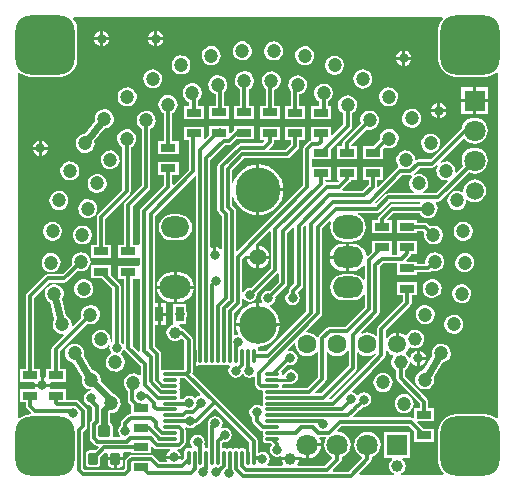
<source format=gtl>
G04*
G04 #@! TF.GenerationSoftware,Altium Limited,Altium Designer,21.8.1 (53)*
G04*
G04 Layer_Physical_Order=1*
G04 Layer_Color=255*
%FSLAX44Y44*%
%MOMM*%
G71*
G04*
G04 #@! TF.SameCoordinates,1EBAD2C5-6FE2-4B2B-94EE-1844CA0BE318*
G04*
G04*
G04 #@! TF.FilePolarity,Positive*
G04*
G01*
G75*
%ADD11C,0.2540*%
%ADD33C,0.3000*%
%ADD34R,1.3000X0.7000*%
G04:AMPARAMS|DCode=35|XSize=1mm|YSize=1mm|CornerRadius=0.1mm|HoleSize=0mm|Usage=FLASHONLY|Rotation=0.000|XOffset=0mm|YOffset=0mm|HoleType=Round|Shape=RoundedRectangle|*
%AMROUNDEDRECTD35*
21,1,1.0000,0.8000,0,0,0.0*
21,1,0.8000,1.0000,0,0,0.0*
1,1,0.2000,0.4000,-0.4000*
1,1,0.2000,-0.4000,-0.4000*
1,1,0.2000,-0.4000,0.4000*
1,1,0.2000,0.4000,0.4000*
%
%ADD35ROUNDEDRECTD35*%
G04:AMPARAMS|DCode=36|XSize=0.8mm|YSize=1mm|CornerRadius=0.08mm|HoleSize=0mm|Usage=FLASHONLY|Rotation=0.000|XOffset=0mm|YOffset=0mm|HoleType=Round|Shape=RoundedRectangle|*
%AMROUNDEDRECTD36*
21,1,0.8000,0.8400,0,0,0.0*
21,1,0.6400,1.0000,0,0,0.0*
1,1,0.1600,0.3200,-0.4200*
1,1,0.1600,-0.3200,-0.4200*
1,1,0.1600,-0.3200,0.4200*
1,1,0.1600,0.3200,0.4200*
%
%ADD36ROUNDEDRECTD36*%
%ADD37R,0.7000X1.3000*%
G04:AMPARAMS|DCode=38|XSize=1.2mm|YSize=0.3mm|CornerRadius=0.075mm|HoleSize=0mm|Usage=FLASHONLY|Rotation=270.000|XOffset=0mm|YOffset=0mm|HoleType=Round|Shape=RoundedRectangle|*
%AMROUNDEDRECTD38*
21,1,1.2000,0.1500,0,0,270.0*
21,1,1.0500,0.3000,0,0,270.0*
1,1,0.1500,-0.0750,-0.5250*
1,1,0.1500,-0.0750,0.5250*
1,1,0.1500,0.0750,0.5250*
1,1,0.1500,0.0750,-0.5250*
%
%ADD38ROUNDEDRECTD38*%
G04:AMPARAMS|DCode=39|XSize=1.2mm|YSize=0.3mm|CornerRadius=0.075mm|HoleSize=0mm|Usage=FLASHONLY|Rotation=180.000|XOffset=0mm|YOffset=0mm|HoleType=Round|Shape=RoundedRectangle|*
%AMROUNDEDRECTD39*
21,1,1.2000,0.1500,0,0,180.0*
21,1,1.0500,0.3000,0,0,180.0*
1,1,0.1500,-0.5250,0.0750*
1,1,0.1500,0.5250,0.0750*
1,1,0.1500,0.5250,-0.0750*
1,1,0.1500,-0.5250,-0.0750*
%
%ADD39ROUNDEDRECTD39*%
%ADD40C,0.6000*%
%ADD41C,0.5000*%
%ADD42C,0.2560*%
%ADD43C,1.2000*%
%ADD44C,1.1500*%
%ADD45C,1.4000*%
%ADD46C,3.8000*%
%ADD47C,3.2000*%
%ADD48O,2.6000X1.8000*%
%ADD49O,2.6000X2.0000*%
%ADD50O,2.4000X1.8000*%
G04:AMPARAMS|DCode=51|XSize=5mm|YSize=5mm|CornerRadius=1.25mm|HoleSize=0mm|Usage=FLASHONLY|Rotation=0.000|XOffset=0mm|YOffset=0mm|HoleType=Round|Shape=RoundedRectangle|*
%AMROUNDEDRECTD51*
21,1,5.0000,2.5000,0,0,0.0*
21,1,2.5000,5.0000,0,0,0.0*
1,1,2.5000,1.2500,-1.2500*
1,1,2.5000,-1.2500,-1.2500*
1,1,2.5000,-1.2500,1.2500*
1,1,2.5000,1.2500,1.2500*
%
%ADD51ROUNDEDRECTD51*%
%ADD52C,1.8000*%
%ADD53R,1.8000X1.8000*%
%ADD54C,1.6000*%
%ADD55C,1.5000*%
%ADD56R,1.8000X1.8000*%
%ADD57C,0.8000*%
%ADD58C,1.0000*%
G36*
X156459Y201930D02*
X154834Y199813D01*
X153373Y196285D01*
X152875Y192500D01*
Y167500D01*
X153373Y163715D01*
X154834Y160187D01*
X157158Y157158D01*
X160187Y154834D01*
X163715Y153373D01*
X167500Y152875D01*
X192500D01*
X196285Y153373D01*
X199813Y154834D01*
X201930Y156459D01*
X203200Y155833D01*
Y-135833D01*
X201930Y-136459D01*
X199813Y-134834D01*
X196285Y-133373D01*
X192500Y-132875D01*
X167500D01*
X163715Y-133373D01*
X160187Y-134834D01*
X157158Y-137158D01*
X154834Y-140188D01*
X153373Y-143715D01*
X152875Y-147500D01*
Y-172500D01*
X153373Y-176285D01*
X154834Y-179813D01*
X157158Y-182841D01*
X157296Y-182947D01*
X156888Y-184150D01*
X121324D01*
X121072Y-182880D01*
X121640Y-182645D01*
X123102Y-181522D01*
X124225Y-180060D01*
X124930Y-178357D01*
X125170Y-176530D01*
X124930Y-174703D01*
X124225Y-173000D01*
X123102Y-171538D01*
X122428Y-171020D01*
X122859Y-169750D01*
X129110D01*
Y-147750D01*
X107110D01*
Y-169750D01*
X113361D01*
X113792Y-171020D01*
X113118Y-171538D01*
X111995Y-173000D01*
X111290Y-174703D01*
X111050Y-176530D01*
X111290Y-178357D01*
X111995Y-180060D01*
X113118Y-181522D01*
X114580Y-182645D01*
X115148Y-182880D01*
X114896Y-184150D01*
X86208D01*
X85722Y-182977D01*
X95233Y-173465D01*
X96007Y-172308D01*
X96278Y-170942D01*
Y-169178D01*
X98257Y-168358D01*
X100555Y-166595D01*
X101187Y-165772D01*
X101837Y-165337D01*
X102611Y-164180D01*
X102836Y-163047D01*
X103427Y-161621D01*
X103805Y-158750D01*
X103427Y-155878D01*
X102318Y-153202D01*
X100555Y-150905D01*
X98257Y-149142D01*
X95582Y-148033D01*
X92710Y-147655D01*
X89838Y-148033D01*
X87163Y-149142D01*
X84865Y-150905D01*
X83101Y-153202D01*
X81993Y-155878D01*
X81615Y-158750D01*
X81993Y-161621D01*
X83101Y-164297D01*
X84865Y-166595D01*
X87163Y-168358D01*
X88074Y-168736D01*
X88371Y-170234D01*
X77088Y-181517D01*
X63695D01*
X63209Y-180344D01*
X69833Y-173719D01*
X70607Y-172562D01*
X70879Y-171196D01*
Y-169178D01*
X72857Y-168358D01*
X75155Y-166595D01*
X75561Y-166066D01*
X76523Y-165424D01*
X77297Y-164266D01*
X77569Y-162900D01*
X77545Y-162784D01*
X78027Y-161622D01*
X78405Y-158750D01*
X78027Y-155878D01*
X76919Y-153203D01*
X75155Y-150905D01*
X72857Y-149142D01*
X70182Y-148033D01*
X67540Y-147685D01*
X66871Y-146558D01*
X70669Y-142761D01*
X127794D01*
X132216Y-147183D01*
Y-156136D01*
X149216D01*
Y-145136D01*
X140263D01*
X134936Y-139809D01*
X135422Y-138636D01*
X149216D01*
Y-127636D01*
X144285D01*
Y-122195D01*
X144013Y-120830D01*
X143239Y-119672D01*
X124312Y-100745D01*
Y-95562D01*
X125632Y-94762D01*
X127044Y-93289D01*
X128027Y-91501D01*
X128513Y-89519D01*
X128490Y-88402D01*
X129754Y-88136D01*
X130037Y-88818D01*
X131085Y-90184D01*
X132451Y-91232D01*
X134042Y-91891D01*
X134479Y-91948D01*
Y-85519D01*
Y-79090D01*
X134042Y-79148D01*
X132451Y-79806D01*
X131085Y-80855D01*
X130037Y-82221D01*
X129378Y-83812D01*
X129153Y-85519D01*
X127920Y-85587D01*
X127900Y-85519D01*
X126843Y-83774D01*
X125370Y-82362D01*
X125160Y-82246D01*
X125063Y-80980D01*
X125271Y-80821D01*
X126880Y-78723D01*
X127678Y-76796D01*
X129065Y-76218D01*
X129158Y-76284D01*
X131075Y-76985D01*
X133108Y-77165D01*
X135118Y-76814D01*
X136968Y-75954D01*
X138533Y-74644D01*
X139706Y-72975D01*
X140407Y-71058D01*
X140587Y-69025D01*
X140236Y-67015D01*
X139376Y-65165D01*
X138067Y-63600D01*
X136397Y-62427D01*
X134480Y-61726D01*
X132447Y-61546D01*
X130437Y-61897D01*
X128587Y-62757D01*
X127022Y-64066D01*
X126029Y-65480D01*
X125190Y-65798D01*
X124448Y-65869D01*
X123173Y-64890D01*
X120731Y-63878D01*
X119380Y-63701D01*
Y-73660D01*
X116840D01*
Y-63701D01*
X115489Y-63878D01*
X113047Y-64890D01*
X110949Y-66499D01*
X109407Y-68510D01*
X109269Y-68515D01*
X108137Y-67792D01*
Y-61968D01*
X129003Y-41101D01*
X129777Y-39944D01*
X130049Y-38578D01*
Y-32184D01*
X134980D01*
Y-21184D01*
X117980D01*
Y-32184D01*
X122911D01*
Y-37100D01*
X102045Y-57967D01*
X101271Y-59124D01*
X100999Y-60490D01*
Y-66135D01*
X100632Y-66260D01*
X99729Y-66441D01*
X97753Y-64925D01*
X95321Y-63917D01*
X92710Y-63574D01*
X90099Y-63917D01*
X88181Y-64712D01*
X87461Y-63636D01*
X102091Y-49005D01*
X102865Y-47848D01*
X103137Y-46482D01*
Y-8082D01*
X106252Y-4967D01*
X117980D01*
Y-14684D01*
X134980D01*
Y-12753D01*
X144359D01*
X145724Y-12481D01*
X146882Y-11707D01*
X147185Y-11404D01*
X147467Y-11529D01*
X149548Y-11857D01*
X151643Y-11635D01*
X153608Y-10878D01*
X155311Y-9639D01*
X156636Y-8001D01*
X157491Y-6076D01*
X157818Y-3995D01*
X157596Y-1900D01*
X156840Y66D01*
X155600Y1769D01*
X153962Y3093D01*
X152037Y3948D01*
X149956Y4276D01*
X147861Y4054D01*
X145896Y3297D01*
X144192Y2058D01*
X142868Y419D01*
X142013Y-1506D01*
X141685Y-3586D01*
X141800Y-4671D01*
X140951Y-5615D01*
X134980D01*
Y-3684D01*
X126181D01*
X125695Y-2511D01*
X129001Y796D01*
X129775Y1954D01*
X129956Y2866D01*
X134978D01*
Y13866D01*
X117978D01*
Y2866D01*
X116996Y2171D01*
X114383D01*
X113402Y2868D01*
Y13868D01*
X96402D01*
Y4915D01*
X92814Y1327D01*
X91611Y1735D01*
X91443Y3013D01*
X90280Y5820D01*
X88431Y8230D01*
X86020Y10080D01*
X83213Y11243D01*
X80200Y11639D01*
X77470D01*
Y0D01*
Y-11639D01*
X80200D01*
X83213Y-11243D01*
X86020Y-10080D01*
X88431Y-8230D01*
X89141Y-7304D01*
X90411Y-7735D01*
Y-18552D01*
X89141Y-18983D01*
X88045Y-17555D01*
X85747Y-15791D01*
X83072Y-14683D01*
X80200Y-14305D01*
X72200D01*
X69328Y-14683D01*
X66652Y-15791D01*
X64355Y-17555D01*
X62592Y-19853D01*
X61483Y-22528D01*
X61105Y-25400D01*
X61483Y-28272D01*
X62592Y-30947D01*
X64355Y-33245D01*
X66652Y-35008D01*
X69328Y-36117D01*
X72200Y-36495D01*
X80200D01*
X83072Y-36117D01*
X85747Y-35008D01*
X88045Y-33245D01*
X89141Y-31817D01*
X90411Y-32248D01*
Y-41956D01*
X73706Y-58661D01*
X60706D01*
X59340Y-58933D01*
X58183Y-59707D01*
X52087Y-65803D01*
X51313Y-66960D01*
X51243Y-67311D01*
X49886Y-67627D01*
X49042Y-66528D01*
X46953Y-64925D01*
X44521Y-63917D01*
X41910Y-63574D01*
X41698Y-63602D01*
X41136Y-62463D01*
X53577Y-50021D01*
X54351Y-48864D01*
X54623Y-47498D01*
Y24430D01*
X61130Y30938D01*
X62207Y30218D01*
X61509Y28533D01*
X61096Y25400D01*
X61509Y22267D01*
X62718Y19348D01*
X64641Y16841D01*
X67148Y14918D01*
X70067Y13709D01*
X73200Y13297D01*
X79200D01*
X82333Y13709D01*
X85252Y14918D01*
X87759Y16841D01*
X89682Y19348D01*
X90891Y22267D01*
X91304Y25400D01*
X90891Y28533D01*
X89682Y31452D01*
X87759Y33958D01*
X85252Y35882D01*
X84833Y36055D01*
X85086Y37325D01*
X100584D01*
X101950Y37597D01*
X103107Y38371D01*
X111883Y47147D01*
X136876D01*
X137516Y45876D01*
X136963Y45131D01*
X136826Y44784D01*
X113351D01*
X111985Y44512D01*
X110828Y43738D01*
X102379Y35289D01*
X101605Y34132D01*
X101333Y32766D01*
Y31368D01*
X96402D01*
Y20368D01*
X113402D01*
Y31368D01*
X110210D01*
X109724Y32541D01*
X114829Y37647D01*
X136847D01*
X137100Y37063D01*
X138410Y35414D01*
X140103Y34160D01*
X142062Y33387D01*
X144155Y33147D01*
X146239Y33458D01*
X148171Y34296D01*
X149820Y35607D01*
X151074Y37299D01*
X151847Y39259D01*
X152086Y41352D01*
X151776Y43435D01*
X150937Y45367D01*
X150533Y45876D01*
X151146Y47147D01*
X152423D01*
X153789Y47418D01*
X154946Y48192D01*
X178646Y71891D01*
X180625Y71071D01*
X183496Y70693D01*
X186368Y71071D01*
X189044Y72180D01*
X191341Y73943D01*
X193104Y76241D01*
X194213Y78917D01*
X194591Y81788D01*
X194213Y84660D01*
X193104Y87336D01*
X191341Y89633D01*
X189044Y91397D01*
X186368Y92505D01*
X183496Y92883D01*
X180625Y92505D01*
X177949Y91397D01*
X175651Y89633D01*
X173888Y87336D01*
X172779Y84660D01*
X172401Y81788D01*
X172779Y78917D01*
X173599Y76938D01*
X168375Y71714D01*
X167218Y72353D01*
X167230Y72407D01*
X167150Y74511D01*
X166528Y76524D01*
X165406Y78307D01*
X163861Y79738D01*
X161998Y80722D01*
X159944Y81189D01*
X157839Y81109D01*
X155827Y80487D01*
X155416Y80228D01*
X154619Y81227D01*
X173704Y100312D01*
X174971Y100229D01*
X175651Y99343D01*
X177949Y97580D01*
X180624Y96471D01*
X183496Y96093D01*
X186368Y96471D01*
X189043Y97580D01*
X191341Y99343D01*
X193104Y101641D01*
X194213Y104317D01*
X194591Y107188D01*
X194213Y110060D01*
X193104Y112736D01*
X191341Y115033D01*
X189043Y116797D01*
X186368Y117905D01*
X183496Y118283D01*
X180624Y117905D01*
X177949Y116797D01*
X175651Y115033D01*
X173888Y112736D01*
X172779Y110060D01*
X172691Y109393D01*
X146232Y82933D01*
X135434D01*
X134389Y82725D01*
X134190Y82756D01*
X133402Y83187D01*
X133020Y83488D01*
X132732Y84986D01*
X131812Y86881D01*
X130433Y88473D01*
X128689Y89655D01*
X126698Y90344D01*
X124597Y90495D01*
X122529Y90097D01*
X120634Y89177D01*
X119042Y87799D01*
X117860Y86054D01*
X117171Y84064D01*
X117020Y81963D01*
X117418Y79895D01*
X118337Y78000D01*
X118799Y77466D01*
X118839Y77287D01*
X118509Y75861D01*
X117915Y75464D01*
X102083Y59632D01*
X101454Y59791D01*
X100851Y60195D01*
Y65596D01*
X105782D01*
Y76596D01*
X88782D01*
Y65596D01*
X93713D01*
Y61422D01*
X88438Y56147D01*
X71931D01*
X71546Y57417D01*
X71552Y57421D01*
X77707Y63576D01*
X78481Y64734D01*
X78663Y65646D01*
X83684D01*
Y76646D01*
X66684D01*
Y65646D01*
X68025D01*
X68511Y64473D01*
X67551Y63513D01*
X58928D01*
X58179Y63363D01*
X56908Y64215D01*
Y65596D01*
X61840D01*
Y76596D01*
X45479D01*
Y83096D01*
X61840D01*
Y92049D01*
X78507Y108717D01*
X79281Y109874D01*
X79553Y111240D01*
Y121912D01*
X79960Y122077D01*
X81642Y123345D01*
X82938Y125006D01*
X83760Y126945D01*
X84053Y129031D01*
X83795Y131122D01*
X83006Y133074D01*
X81737Y134756D01*
X80077Y136053D01*
X78138Y136875D01*
X76052Y137167D01*
X73961Y136910D01*
X72008Y136120D01*
X70326Y134852D01*
X69030Y133191D01*
X68208Y131252D01*
X67915Y129166D01*
X68173Y127076D01*
X68963Y125123D01*
X70231Y123441D01*
X71891Y122145D01*
X72416Y121922D01*
Y112718D01*
X63013Y103316D01*
X61840Y103802D01*
Y110596D01*
X44840D01*
Y99596D01*
X43897Y98807D01*
X42867Y98119D01*
X39387Y94639D01*
X38613Y93481D01*
X38341Y92116D01*
Y60660D01*
X-17309Y5009D01*
X-18483Y5495D01*
Y38815D01*
X-18754Y40181D01*
X-19528Y41339D01*
X-22085Y43896D01*
Y51378D01*
X-20815Y51566D01*
X-19997Y48867D01*
X-17996Y45125D01*
X-15305Y41845D01*
X-12025Y39153D01*
X-8283Y37153D01*
X-4223Y35922D01*
X-1270Y35631D01*
Y57150D01*
Y78669D01*
X-4223Y78378D01*
X-8283Y77147D01*
X-12025Y75146D01*
X-15305Y72455D01*
X-17996Y69175D01*
X-19997Y65433D01*
X-20815Y62734D01*
X-22085Y62922D01*
Y73452D01*
X-11730Y83807D01*
X24638D01*
X26004Y84079D01*
X27161Y84853D01*
X34019Y91711D01*
X34793Y92868D01*
X35065Y94234D01*
Y99402D01*
X39996D01*
Y110402D01*
X22996D01*
Y99402D01*
X27927D01*
Y95712D01*
X23160Y90945D01*
X10021D01*
X9535Y92118D01*
X12683Y95267D01*
X13457Y96424D01*
X13729Y97790D01*
Y99642D01*
X18660D01*
Y110642D01*
X1660D01*
Y99642D01*
X5169D01*
X5695Y98372D01*
X3856Y96533D01*
X-14691D01*
X-16057Y96261D01*
X-17214Y95487D01*
X-33177Y79524D01*
X-33951Y78367D01*
X-34223Y77001D01*
Y40347D01*
X-33951Y38981D01*
X-33177Y37824D01*
X-30620Y35266D01*
Y7246D01*
X-31890Y6875D01*
X-33024Y7745D01*
X-34615Y8404D01*
X-35052Y8461D01*
Y2032D01*
X-37592D01*
Y8461D01*
X-38029Y8404D01*
X-38983Y8008D01*
X-40253Y8771D01*
Y82208D01*
X-27634Y94827D01*
X-24816D01*
X-23451Y95099D01*
X-22293Y95873D01*
X-18270Y99896D01*
X-2930D01*
Y110896D01*
X-19930D01*
Y108193D01*
X-20340Y107919D01*
X-23093Y105166D01*
X-24266Y105652D01*
Y110896D01*
X-31752D01*
X-32258Y110997D01*
X-32764Y110896D01*
X-41266D01*
Y103467D01*
X-44586Y100147D01*
X-45856Y100673D01*
Y110596D01*
X-62856D01*
Y99596D01*
X-58433D01*
Y74155D01*
X-71204Y61384D01*
X-72377Y61870D01*
Y69924D01*
X-67192D01*
Y80924D01*
X-84192D01*
Y69924D01*
X-79514D01*
Y61422D01*
X-99043Y41893D01*
X-99817Y40736D01*
X-100089Y39370D01*
Y10855D01*
X-101228Y10540D01*
X-101359Y10540D01*
X-106159D01*
Y42718D01*
X-92155Y56723D01*
X-91381Y57880D01*
X-91109Y59246D01*
Y108888D01*
X-89578Y109834D01*
X-88133Y111367D01*
X-87135Y113221D01*
X-86650Y115271D01*
X-86713Y117377D01*
X-87318Y119394D01*
X-88425Y121187D01*
X-89958Y122631D01*
X-91813Y123630D01*
X-93862Y124114D01*
X-95968Y124052D01*
X-97986Y123447D01*
X-99778Y122340D01*
X-101222Y120807D01*
X-102221Y118952D01*
X-102706Y116902D01*
X-102643Y114796D01*
X-102038Y112779D01*
X-100931Y110987D01*
X-99398Y109542D01*
X-98246Y108922D01*
Y60724D01*
X-112251Y46719D01*
X-113025Y45562D01*
X-113297Y44196D01*
Y10540D01*
X-118228D01*
Y-460D01*
X-101359D01*
X-101228Y-460D01*
X-100089Y-775D01*
Y-6645D01*
X-101228Y-6960D01*
Y-6960D01*
X-118228D01*
Y-17960D01*
X-113297D01*
Y-72853D01*
X-114567Y-73238D01*
X-115308Y-72128D01*
X-116065Y-71622D01*
Y-25103D01*
X-116337Y-23737D01*
X-117111Y-22580D01*
X-123957Y-15733D01*
Y-6780D01*
X-140957D01*
Y-17780D01*
X-132004D01*
X-123203Y-26581D01*
Y-71040D01*
X-123712Y-71420D01*
X-124876Y-70704D01*
X-124704Y-69718D01*
X-124890Y-67620D01*
X-125614Y-65641D01*
X-126825Y-63918D01*
X-128441Y-62566D01*
X-130351Y-61679D01*
X-132426Y-61317D01*
X-134524Y-61504D01*
X-136503Y-62227D01*
X-138226Y-63438D01*
X-139578Y-65054D01*
X-140465Y-66964D01*
X-140827Y-69039D01*
X-140640Y-71137D01*
X-139917Y-73116D01*
X-138706Y-74839D01*
X-137090Y-76191D01*
X-135180Y-77078D01*
X-133105Y-77440D01*
X-131006Y-77253D01*
X-129028Y-76530D01*
X-127305Y-75319D01*
X-126670Y-74560D01*
X-125487Y-75126D01*
X-125751Y-76454D01*
X-125286Y-78795D01*
X-124399Y-80123D01*
X-124657Y-81667D01*
X-124722Y-81750D01*
X-125505Y-82180D01*
X-127025Y-83638D01*
X-128117Y-85440D01*
X-128704Y-87463D01*
X-128748Y-89569D01*
X-128246Y-91615D01*
X-127231Y-93461D01*
X-125773Y-94981D01*
X-123971Y-96072D01*
X-121948Y-96660D01*
X-119843Y-96704D01*
X-117797Y-96201D01*
X-115951Y-95187D01*
X-114431Y-93729D01*
X-113340Y-91927D01*
X-112752Y-89904D01*
X-112708Y-87798D01*
X-113210Y-85752D01*
X-114225Y-83906D01*
X-115583Y-82491D01*
X-115743Y-82052D01*
X-115764Y-81084D01*
X-115308Y-80780D01*
X-113982Y-78795D01*
X-112642Y-78570D01*
X-112251Y-79155D01*
X-99327Y-92080D01*
Y-99420D01*
X-100597Y-100017D01*
X-101314Y-99424D01*
X-103229Y-98547D01*
X-105306Y-98196D01*
X-107403Y-98394D01*
X-109378Y-99129D01*
X-111095Y-100349D01*
X-112437Y-101972D01*
X-113314Y-103887D01*
X-113665Y-105964D01*
X-113467Y-108061D01*
X-112733Y-110035D01*
X-111513Y-111752D01*
X-110081Y-112937D01*
Y-114254D01*
X-110129Y-114495D01*
Y-120709D01*
X-109857Y-122074D01*
X-109847Y-122089D01*
X-109809Y-122280D01*
X-109035Y-123438D01*
X-107306Y-125167D01*
Y-132321D01*
X-107696D01*
X-109062Y-132593D01*
X-110219Y-133367D01*
X-114791Y-137939D01*
X-115565Y-139096D01*
X-115837Y-140462D01*
Y-141980D01*
X-116594Y-142486D01*
X-117920Y-144471D01*
X-118385Y-146812D01*
X-117920Y-149153D01*
X-116594Y-151138D01*
X-116527Y-151182D01*
X-116896Y-152397D01*
X-122203D01*
X-123008Y-151416D01*
X-122989Y-151320D01*
Y-143320D01*
X-123222Y-142149D01*
X-123885Y-141157D01*
X-124878Y-140494D01*
X-124950Y-140480D01*
Y-131991D01*
X-124503Y-131614D01*
X-122406Y-131415D01*
X-120432Y-130681D01*
X-118715Y-129461D01*
X-117372Y-127838D01*
X-116496Y-125922D01*
X-116144Y-123846D01*
X-116342Y-121749D01*
X-117077Y-119774D01*
X-118297Y-118057D01*
X-119920Y-116714D01*
X-121835Y-115838D01*
X-121880Y-115830D01*
X-133213Y-104497D01*
X-133178Y-102835D01*
X-133681Y-100790D01*
X-134696Y-98944D01*
X-136153Y-97423D01*
X-137955Y-96332D01*
X-139978Y-95744D01*
X-140167Y-95741D01*
X-147657Y-83728D01*
X-147578Y-83557D01*
X-147215Y-81482D01*
X-147402Y-79384D01*
X-148125Y-77405D01*
X-149336Y-75682D01*
X-150952Y-74330D01*
X-152863Y-73443D01*
X-154938Y-73080D01*
X-157036Y-73267D01*
X-159014Y-73991D01*
X-160738Y-75202D01*
X-162089Y-76818D01*
X-162976Y-78728D01*
X-163339Y-80803D01*
X-163152Y-82901D01*
X-162428Y-84879D01*
X-161217Y-86603D01*
X-159602Y-87955D01*
X-157691Y-88842D01*
X-156336Y-89078D01*
X-148791Y-101179D01*
X-149175Y-102500D01*
X-149219Y-104606D01*
X-148716Y-106652D01*
X-147702Y-108498D01*
X-146244Y-110018D01*
X-144442Y-111109D01*
X-142419Y-111697D01*
X-141548Y-111715D01*
X-141515Y-111771D01*
X-142154Y-113194D01*
X-143565Y-113474D01*
X-145550Y-114800D01*
X-146876Y-116785D01*
X-147341Y-119126D01*
X-146876Y-121467D01*
X-145550Y-123452D01*
X-143565Y-124778D01*
X-142577Y-124974D01*
X-140117Y-127435D01*
Y-137978D01*
X-141071Y-138933D01*
X-141845Y-140090D01*
X-142117Y-141456D01*
Y-153184D01*
X-141845Y-154550D01*
X-141071Y-155707D01*
X-138729Y-158049D01*
X-138435Y-158489D01*
X-137278Y-159263D01*
X-135912Y-159535D01*
X-135253D01*
X-134767Y-160708D01*
X-137438Y-163379D01*
X-142646D01*
X-143738Y-163596D01*
X-144665Y-164215D01*
X-145283Y-165142D01*
X-145501Y-166234D01*
Y-174634D01*
X-145283Y-175727D01*
X-144665Y-176653D01*
X-143738Y-177271D01*
X-142646Y-177489D01*
X-136246D01*
X-135154Y-177271D01*
X-134227Y-176653D01*
X-133609Y-175727D01*
X-133391Y-174634D01*
Y-169426D01*
X-129176Y-165211D01*
X-128223Y-165268D01*
X-127255Y-166234D01*
Y-169164D01*
X-114045D01*
Y-166234D01*
X-114130Y-165805D01*
X-113157Y-164535D01*
X-107306D01*
Y-165814D01*
X-90306D01*
Y-160707D01*
X-89133Y-160221D01*
X-88024Y-161329D01*
X-86867Y-162103D01*
X-85501Y-162375D01*
X-74778D01*
X-74526Y-163645D01*
X-74672Y-163705D01*
X-76038Y-164754D01*
X-77087Y-166120D01*
X-77746Y-167711D01*
X-77803Y-168148D01*
X-64945D01*
X-65002Y-167711D01*
X-65661Y-166120D01*
X-66710Y-164754D01*
X-68076Y-163705D01*
X-68222Y-163645D01*
X-67970Y-162375D01*
X-67158D01*
X-65792Y-162103D01*
X-64634Y-161329D01*
X-62145Y-158840D01*
X-61371Y-157682D01*
X-61099Y-156316D01*
Y-146296D01*
X-61367Y-144949D01*
X-61322Y-144884D01*
X-60436Y-144044D01*
X-59999Y-144336D01*
X-57658Y-144802D01*
X-55317Y-144336D01*
X-53332Y-143010D01*
X-52826Y-142253D01*
X-52525D01*
X-51159Y-141981D01*
X-50002Y-141207D01*
X-36549Y-127755D01*
X-7243Y-157062D01*
Y-160508D01*
X-7404Y-160641D01*
Y-169672D01*
X-9944D01*
Y-161171D01*
X-10708Y-161323D01*
X-11660Y-161959D01*
X-11851Y-161832D01*
X-12924Y-161618D01*
X-14424D01*
X-15497Y-161832D01*
X-16174Y-162284D01*
X-16851Y-161832D01*
X-17924Y-161618D01*
X-19424D01*
X-20497Y-161832D01*
X-21174Y-162284D01*
X-21851Y-161832D01*
X-22924Y-161618D01*
X-24424D01*
X-25497Y-161832D01*
X-26174Y-162284D01*
X-26851Y-161832D01*
X-27924Y-161618D01*
X-29424D01*
X-30105Y-161059D01*
Y-157395D01*
X-29102Y-156391D01*
X-28208Y-156569D01*
X-25867Y-156103D01*
X-23883Y-154777D01*
X-22556Y-152792D01*
X-22091Y-150451D01*
X-22556Y-148110D01*
X-23883Y-146125D01*
X-25867Y-144799D01*
X-28208Y-144334D01*
X-30172Y-144724D01*
X-31006Y-143710D01*
X-31012Y-143695D01*
X-30416Y-142803D01*
X-29950Y-140462D01*
X-30416Y-138121D01*
X-31742Y-136136D01*
X-33727Y-134810D01*
X-36068Y-134345D01*
X-38409Y-134810D01*
X-40394Y-136136D01*
X-41720Y-138121D01*
X-42186Y-140462D01*
X-41946Y-141665D01*
X-41971Y-141702D01*
X-42242Y-143068D01*
Y-161059D01*
X-42924Y-161618D01*
X-44424D01*
X-45105Y-161059D01*
Y-159606D01*
X-45333Y-158460D01*
X-44936Y-156464D01*
X-45402Y-154123D01*
X-46728Y-152138D01*
X-48713Y-150812D01*
X-51054Y-150346D01*
X-53395Y-150812D01*
X-55380Y-152138D01*
X-56706Y-154123D01*
X-57172Y-156464D01*
X-56706Y-158805D01*
X-55895Y-160018D01*
X-56189Y-161525D01*
X-56619Y-161782D01*
X-56851Y-161832D01*
X-57924Y-161618D01*
X-59424D01*
X-60497Y-161832D01*
X-61407Y-162439D01*
X-62014Y-163349D01*
X-62228Y-164422D01*
Y-169931D01*
X-62333Y-170001D01*
X-63829Y-171497D01*
X-64176Y-171387D01*
X-64964Y-170836D01*
X-64945Y-170688D01*
X-77803D01*
X-77746Y-171125D01*
X-77350Y-172079D01*
X-78113Y-173349D01*
X-83274D01*
X-88333Y-168291D01*
X-89491Y-167517D01*
X-90856Y-167245D01*
X-106756D01*
X-108121Y-167517D01*
X-109279Y-168291D01*
X-111329Y-170341D01*
X-112103Y-171499D01*
X-112375Y-172864D01*
Y-178194D01*
X-114000Y-179819D01*
X-146858D01*
X-147931Y-178746D01*
Y-147898D01*
X-145559Y-145525D01*
X-144785Y-144368D01*
X-144513Y-143002D01*
Y-129855D01*
X-144785Y-128490D01*
X-145559Y-127332D01*
X-151088Y-121803D01*
X-152246Y-121029D01*
X-153611Y-120757D01*
X-162696D01*
Y-111862D01*
X-175434D01*
X-176282Y-110592D01*
X-176000Y-109911D01*
X-175943Y-109474D01*
X-188801D01*
X-188744Y-109911D01*
X-188462Y-110592D01*
X-189310Y-111862D01*
X-201540D01*
Y-122862D01*
X-196609D01*
Y-125476D01*
X-196337Y-126842D01*
X-195563Y-127999D01*
X-191958Y-131605D01*
X-192484Y-132875D01*
X-192500D01*
X-196285Y-133373D01*
X-199813Y-134834D01*
X-201930Y-136459D01*
X-203200Y-135833D01*
Y155833D01*
X-201930Y156459D01*
X-199813Y154834D01*
X-196285Y153373D01*
X-192500Y152875D01*
X-167500D01*
X-163715Y153373D01*
X-160187Y154834D01*
X-157158Y157158D01*
X-154834Y160187D01*
X-153373Y163715D01*
X-152875Y167500D01*
Y192500D01*
X-153373Y196285D01*
X-154834Y199813D01*
X-156459Y201930D01*
X-155833Y203200D01*
X155833D01*
X156459Y201930D01*
D02*
G37*
G36*
X152170Y76982D02*
X151629Y75957D01*
X151162Y73903D01*
X151242Y71798D01*
X151864Y69785D01*
X152986Y68003D01*
X154531Y66571D01*
X156394Y65588D01*
X158448Y65121D01*
X160047Y65181D01*
X160592Y63931D01*
X150945Y54284D01*
X140387D01*
X140021Y55554D01*
X141268Y56339D01*
X142700Y57884D01*
X143683Y59747D01*
X144151Y61801D01*
X144071Y63906D01*
X143448Y65918D01*
X142326Y67701D01*
X140781Y69133D01*
X138918Y70116D01*
X136865Y70583D01*
X134760Y70503D01*
X132747Y69881D01*
X132072Y70956D01*
X136912Y75796D01*
X147710D01*
X149076Y76068D01*
X150233Y76842D01*
X151137Y77745D01*
X152170Y76982D01*
D02*
G37*
G36*
X130640Y68409D02*
X129532Y67214D01*
X128549Y65351D01*
X128082Y63297D01*
X128162Y61192D01*
X128784Y59180D01*
X129906Y57397D01*
X131451Y55965D01*
X132231Y55554D01*
X131917Y54284D01*
X110405D01*
X109039Y54012D01*
X107882Y53238D01*
X99864Y45221D01*
X99612Y45271D01*
X99194Y46649D01*
X121916Y69372D01*
X129010D01*
X129979Y69564D01*
X130640Y68409D01*
D02*
G37*
G36*
X10909Y21475D02*
Y-8936D01*
X-5965Y-25810D01*
X-6858Y-25633D01*
X-9199Y-26098D01*
X-11184Y-27424D01*
X-12213Y-28964D01*
X-13483Y-28579D01*
Y-1257D01*
X-10703Y1522D01*
X-10191Y1270D01*
X-1270D01*
Y10191D01*
X-1522Y10703D01*
X9736Y21961D01*
X10909Y21475D01*
D02*
G37*
G36*
X41135Y26673D02*
Y-45299D01*
X6691Y-79743D01*
X-120D01*
Y-78062D01*
X-334Y-76989D01*
X-235Y-76631D01*
X362Y-75744D01*
X3634Y-75422D01*
X7129Y-74362D01*
X10350Y-72640D01*
X13173Y-70323D01*
X15490Y-67500D01*
X17212Y-64279D01*
X18272Y-60785D01*
X18505Y-58420D01*
X0D01*
X-18505D01*
X-18272Y-60785D01*
X-17212Y-64279D01*
X-17052Y-64578D01*
X-17595Y-65726D01*
X-18851Y-65976D01*
X-18985Y-66066D01*
X-20105Y-65467D01*
Y-46742D01*
X-14528Y-41165D01*
X-13754Y-40007D01*
X-13483Y-38641D01*
Y-34921D01*
X-12213Y-34536D01*
X-11184Y-36076D01*
X-9199Y-37402D01*
X-6858Y-37868D01*
X-4517Y-37402D01*
X-2532Y-36076D01*
X-1206Y-34091D01*
X-741Y-31750D01*
X-918Y-30857D01*
X16497Y-13441D01*
X17767Y-13967D01*
Y-20485D01*
X9847Y-28405D01*
X8954Y-28228D01*
X6613Y-28693D01*
X4628Y-30019D01*
X3302Y-32004D01*
X2836Y-34345D01*
X3302Y-36686D01*
X3958Y-37667D01*
X3892Y-37914D01*
X3211Y-38837D01*
X1270Y-38645D01*
Y-55880D01*
X18505D01*
X18272Y-53516D01*
X17212Y-50021D01*
X15490Y-46800D01*
X13173Y-43977D01*
X10350Y-41660D01*
X10105Y-41529D01*
X10302Y-40194D01*
X11295Y-39997D01*
X13280Y-38671D01*
X14606Y-36686D01*
X15071Y-34345D01*
X14894Y-33452D01*
X23859Y-24486D01*
X24633Y-23329D01*
X24905Y-21963D01*
Y20874D01*
X29705Y25675D01*
X30975Y25149D01*
Y-21890D01*
X26962Y-25903D01*
X26189Y-27061D01*
X25917Y-28426D01*
Y-29712D01*
X25160Y-30218D01*
X23834Y-32203D01*
X23368Y-34544D01*
X23834Y-36885D01*
X25160Y-38870D01*
X27144Y-40196D01*
X29485Y-40662D01*
X31827Y-40196D01*
X33811Y-38870D01*
X35137Y-36885D01*
X35603Y-34544D01*
X35137Y-32203D01*
X33811Y-30218D01*
X33715Y-29243D01*
X37067Y-25891D01*
X37841Y-24734D01*
X38113Y-23368D01*
Y25446D01*
X39865Y27199D01*
X41135Y26673D01*
D02*
G37*
G36*
X-101228Y-17960D02*
X-100089Y-18275D01*
Y-78994D01*
X-99981Y-79536D01*
X-101151Y-80162D01*
X-106159Y-75153D01*
Y-17960D01*
X-101228D01*
Y-17960D01*
D02*
G37*
G36*
X76949Y-79611D02*
Y-91994D01*
X53706Y-115238D01*
X48949D01*
X48463Y-114064D01*
X57133Y-105393D01*
X57907Y-104236D01*
X58179Y-102870D01*
Y-80273D01*
X59449Y-79841D01*
X60178Y-80792D01*
X62267Y-82395D01*
X64700Y-83403D01*
X67310Y-83746D01*
X69921Y-83403D01*
X72353Y-82395D01*
X74442Y-80792D01*
X75679Y-79180D01*
X76949Y-79611D01*
D02*
G37*
G36*
X31852Y-73448D02*
X31824Y-73660D01*
X32167Y-76271D01*
X33175Y-78703D01*
X34778Y-80792D01*
X36867Y-82395D01*
X39299Y-83403D01*
X41910Y-83746D01*
X44521Y-83403D01*
X46953Y-82395D01*
X49042Y-80792D01*
X49771Y-79841D01*
X51041Y-80273D01*
Y-101392D01*
X42196Y-110237D01*
X20805D01*
X20246Y-109556D01*
Y-108056D01*
X20998Y-107140D01*
X25734D01*
X26662Y-106955D01*
X27940Y-107210D01*
X30281Y-106744D01*
X32266Y-105418D01*
X33592Y-103433D01*
X34058Y-101092D01*
X33592Y-98751D01*
X32266Y-96766D01*
X30281Y-95440D01*
X27940Y-94974D01*
X25599Y-95440D01*
X23614Y-96766D01*
X22288Y-98751D01*
X22056Y-99919D01*
X21317Y-100036D01*
X20246Y-99045D01*
Y-98056D01*
X20032Y-96983D01*
X19511Y-96202D01*
X24867Y-90846D01*
X25091Y-90996D01*
X27432Y-91461D01*
X29773Y-90996D01*
X31758Y-89670D01*
X33084Y-87685D01*
X33549Y-85344D01*
X33084Y-83003D01*
X31758Y-81018D01*
X29773Y-79692D01*
X27432Y-79226D01*
X25855Y-79540D01*
X25229Y-78370D01*
X30713Y-72886D01*
X31852Y-73448D01*
D02*
G37*
G36*
X-48624Y-115681D02*
X-49079Y-117022D01*
X-49619Y-117093D01*
X-51210Y-117752D01*
X-52375Y-118645D01*
X-53586Y-119118D01*
X-55571Y-117792D01*
X-57912Y-117326D01*
X-60253Y-117792D01*
X-62238Y-119118D01*
X-62986Y-120238D01*
X-65555D01*
X-66114Y-119556D01*
Y-118056D01*
X-66328Y-116983D01*
X-66780Y-116306D01*
X-66328Y-115629D01*
X-66114Y-114556D01*
Y-113056D01*
X-66328Y-111983D01*
X-66780Y-111306D01*
X-66328Y-110629D01*
X-66114Y-109556D01*
Y-108056D01*
X-66328Y-106983D01*
X-66780Y-106306D01*
X-66328Y-105629D01*
X-66114Y-104556D01*
Y-103056D01*
X-65555Y-102375D01*
X-61930D01*
X-48624Y-115681D01*
D02*
G37*
G36*
X85578Y-80792D02*
X87667Y-82395D01*
X90099Y-83403D01*
X92710Y-83746D01*
X95321Y-83403D01*
X97753Y-82395D01*
X99383Y-81145D01*
X100222Y-82101D01*
X91168Y-91155D01*
X91142Y-91195D01*
X62099Y-120237D01*
X60459D01*
X59973Y-119064D01*
X83041Y-95995D01*
X83815Y-94838D01*
X84087Y-93472D01*
Y-80824D01*
X85289Y-80416D01*
X85578Y-80792D01*
D02*
G37*
G36*
X-52391Y68445D02*
Y-3146D01*
X-52243Y-3890D01*
Y-74148D01*
X-52404Y-74281D01*
Y-83312D01*
Y-91813D01*
X-51640Y-91661D01*
X-50688Y-91025D01*
X-50497Y-91152D01*
X-49424Y-91366D01*
X-47924D01*
X-46851Y-91152D01*
X-46174Y-90700D01*
X-45497Y-91152D01*
X-44424Y-91366D01*
X-42924D01*
X-41851Y-91152D01*
X-41174Y-90700D01*
X-40497Y-91152D01*
X-39424Y-91366D01*
X-37924D01*
X-36851Y-91152D01*
X-36174Y-90700D01*
X-35497Y-91152D01*
X-34424Y-91366D01*
X-32924D01*
X-31851Y-91152D01*
X-31174Y-90700D01*
X-30497Y-91152D01*
X-29424Y-91366D01*
X-27924D01*
X-26851Y-91152D01*
X-26174Y-90700D01*
X-25497Y-91152D01*
X-24424Y-91366D01*
X-23756Y-92636D01*
X-24448Y-93671D01*
X-24913Y-96012D01*
X-24448Y-98353D01*
X-23122Y-100338D01*
X-21137Y-101664D01*
X-18796Y-102129D01*
X-16455Y-101664D01*
X-14470Y-100338D01*
X-13718Y-99212D01*
X-12190D01*
X-11438Y-100338D01*
X-9453Y-101664D01*
X-7112Y-102129D01*
X-4771Y-101664D01*
X-3927Y-101100D01*
X-2807Y-101698D01*
Y-106934D01*
X-2535Y-108300D01*
X-1761Y-109457D01*
X111Y-111329D01*
X1268Y-112103D01*
X2634Y-112375D01*
X3579D01*
X4138Y-113056D01*
Y-114556D01*
X4352Y-115629D01*
X4804Y-116306D01*
X4352Y-116983D01*
X4138Y-118056D01*
Y-119556D01*
X4352Y-120629D01*
X4804Y-121306D01*
X4352Y-121983D01*
X4138Y-123056D01*
Y-124556D01*
X4282Y-125277D01*
X4032Y-125825D01*
X2601Y-126265D01*
X1325Y-125412D01*
X-1016Y-124946D01*
X-3357Y-125412D01*
X-5342Y-126738D01*
X-6668Y-128723D01*
X-7133Y-131064D01*
X-6668Y-133405D01*
X-5342Y-135390D01*
X-4585Y-135896D01*
Y-138652D01*
X-4313Y-140017D01*
X-3539Y-141175D01*
X1615Y-146329D01*
X2772Y-147103D01*
X4138Y-147375D01*
X4247Y-147507D01*
X4138Y-148056D01*
Y-149556D01*
X4352Y-150629D01*
X4804Y-151306D01*
X4352Y-151983D01*
X4138Y-153056D01*
Y-154556D01*
X4352Y-155629D01*
X4959Y-156539D01*
X5869Y-157146D01*
X6942Y-157360D01*
X10699D01*
X11889Y-158550D01*
X10604Y-160473D01*
X10138Y-162814D01*
X10604Y-165155D01*
X11930Y-167140D01*
X13915Y-168466D01*
X16256Y-168932D01*
X18597Y-168466D01*
X18913Y-168255D01*
X19370Y-168436D01*
X20046Y-169025D01*
X19994Y-169418D01*
X35029D01*
X36072Y-168816D01*
X36090Y-168830D01*
X38897Y-169993D01*
X40640Y-170222D01*
Y-158750D01*
X41910D01*
Y-157480D01*
X53382D01*
X53153Y-155737D01*
X52091Y-153175D01*
X52422Y-152386D01*
X52804Y-151905D01*
X57262D01*
X57824Y-153044D01*
X57702Y-153203D01*
X56593Y-155878D01*
X56215Y-158750D01*
X56593Y-161622D01*
X57702Y-164298D01*
X59465Y-166595D01*
X61762Y-168358D01*
X62860Y-168813D01*
X63151Y-170308D01*
X56942Y-176517D01*
X34064D01*
X33437Y-175247D01*
X34018Y-174491D01*
X34778Y-172656D01*
X34870Y-171958D01*
X19994D01*
X20086Y-172656D01*
X20846Y-174491D01*
X21427Y-175247D01*
X20800Y-176517D01*
X8171D01*
X7786Y-175247D01*
X8136Y-175014D01*
X9462Y-173029D01*
X9927Y-170688D01*
X9462Y-168347D01*
X8136Y-166362D01*
X6151Y-165036D01*
X3810Y-164571D01*
X1469Y-165036D01*
X1015Y-165340D01*
X-105Y-164741D01*
Y-155584D01*
X-377Y-154218D01*
X-1151Y-153061D01*
X-34026Y-120185D01*
X-55553Y-98658D01*
X-55377Y-98394D01*
X-55105Y-97028D01*
Y-92476D01*
X-54944Y-92343D01*
Y-83312D01*
Y-74281D01*
X-55105Y-74148D01*
Y-69596D01*
X-55377Y-68230D01*
X-56151Y-67073D01*
X-61993Y-61231D01*
X-63150Y-60457D01*
X-64236Y-60241D01*
X-64243Y-60224D01*
X-65366Y-58762D01*
X-66650Y-57776D01*
X-66585Y-57116D01*
X-66302Y-56506D01*
X-60566D01*
Y-50867D01*
X-60388Y-50601D01*
X-59922Y-48260D01*
X-60388Y-45919D01*
X-60566Y-45653D01*
Y-39506D01*
X-71566D01*
Y-45730D01*
X-71692Y-45919D01*
X-72158Y-48260D01*
X-71692Y-50601D01*
X-71566Y-50790D01*
X-71566Y-55894D01*
X-72124Y-56831D01*
X-72589Y-57101D01*
X-73888Y-57639D01*
X-75350Y-58762D01*
X-76473Y-60224D01*
X-77178Y-61927D01*
X-77418Y-63754D01*
X-77178Y-65581D01*
X-76473Y-67284D01*
X-75350Y-68746D01*
X-73888Y-69868D01*
X-72185Y-70574D01*
X-70358Y-70814D01*
X-68531Y-70574D01*
X-66828Y-69868D01*
X-65366Y-68746D01*
X-64619Y-68698D01*
X-62243Y-71074D01*
Y-83312D01*
Y-95237D01*
X-74168D01*
X-74242Y-95252D01*
X-79418D01*
X-80491Y-95466D01*
X-80919Y-95752D01*
X-82189Y-95142D01*
Y-81882D01*
X-82461Y-80516D01*
X-83235Y-79359D01*
X-87109Y-75484D01*
Y-57046D01*
X-84836D01*
Y-48006D01*
Y-38966D01*
X-87109D01*
Y35385D01*
X-53564Y68931D01*
X-52391Y68445D01*
D02*
G37*
G36*
X109407Y-78810D02*
X110949Y-80821D01*
X113047Y-82430D01*
X114051Y-82846D01*
X114288Y-84319D01*
X113460Y-85824D01*
X112974Y-87806D01*
X113017Y-89846D01*
X113586Y-91806D01*
X114644Y-93551D01*
X116117Y-94963D01*
X117175Y-95545D01*
Y-102223D01*
X117447Y-103588D01*
X118220Y-104746D01*
X137148Y-123673D01*
Y-127636D01*
X133341D01*
X132365Y-127636D01*
X131372Y-126716D01*
X131679Y-125974D01*
X131954Y-123885D01*
X131679Y-121797D01*
X130873Y-119851D01*
X129591Y-118179D01*
X127920Y-116897D01*
X125974Y-116091D01*
X123885Y-115816D01*
X121797Y-116091D01*
X119851Y-116897D01*
X118179Y-118179D01*
X116897Y-119851D01*
X116091Y-121797D01*
X115816Y-123885D01*
X116091Y-125974D01*
X116897Y-127920D01*
X118179Y-129591D01*
X119851Y-130873D01*
X121797Y-131679D01*
X123885Y-131954D01*
X125974Y-131679D01*
X127920Y-130873D01*
X129591Y-129591D01*
X130873Y-127920D01*
X130946Y-127743D01*
X132216Y-127996D01*
X132216Y-128832D01*
X132216Y-128832D01*
X132216Y-128844D01*
Y-135422D01*
X130946Y-136101D01*
X130638Y-135895D01*
X129272Y-135623D01*
X81399D01*
X80913Y-134450D01*
X84663Y-130699D01*
X85138Y-129989D01*
X86239Y-128888D01*
X86949Y-128413D01*
X89023Y-126340D01*
X89916Y-126517D01*
X92257Y-126052D01*
X94242Y-124726D01*
X95568Y-122741D01*
X96033Y-120400D01*
X95568Y-118059D01*
X94242Y-116074D01*
X92257Y-114748D01*
X89916Y-114282D01*
X87575Y-114748D01*
X85590Y-116074D01*
X85176Y-116694D01*
X83906D01*
X83320Y-115816D01*
X81335Y-114490D01*
X80001Y-114225D01*
X79583Y-112847D01*
X96215Y-96215D01*
X96242Y-96175D01*
X107091Y-85325D01*
X107865Y-84168D01*
X108137Y-82802D01*
Y-79528D01*
X109269Y-78805D01*
X109407Y-78810D01*
D02*
G37*
%LPC*%
G36*
X-85090Y191599D02*
Y186440D01*
X-79931D01*
X-79988Y186877D01*
X-80647Y188468D01*
X-81696Y189834D01*
X-83062Y190883D01*
X-84653Y191542D01*
X-85090Y191599D01*
D02*
G37*
G36*
X-87630D02*
X-88067Y191542D01*
X-89658Y190883D01*
X-91024Y189834D01*
X-92073Y188468D01*
X-92732Y186877D01*
X-92789Y186440D01*
X-87630D01*
Y191599D01*
D02*
G37*
G36*
X-131064Y191595D02*
Y186436D01*
X-125905D01*
X-125962Y186873D01*
X-126621Y188464D01*
X-127670Y189830D01*
X-129036Y190879D01*
X-130627Y191538D01*
X-131064Y191595D01*
D02*
G37*
G36*
X-133604D02*
X-134041Y191538D01*
X-135632Y190879D01*
X-136998Y189830D01*
X-138047Y188464D01*
X-138706Y186873D01*
X-138763Y186436D01*
X-133604D01*
Y191595D01*
D02*
G37*
G36*
X-79931Y183900D02*
X-85090D01*
Y178741D01*
X-84653Y178798D01*
X-83062Y179457D01*
X-81696Y180506D01*
X-80647Y181872D01*
X-79988Y183463D01*
X-79931Y183900D01*
D02*
G37*
G36*
X-87630D02*
X-92789D01*
X-92732Y183463D01*
X-92073Y181872D01*
X-91024Y180506D01*
X-89658Y179457D01*
X-88067Y178798D01*
X-87630Y178741D01*
Y183900D01*
D02*
G37*
G36*
X-125905Y183896D02*
X-131064D01*
Y178737D01*
X-130627Y178794D01*
X-129036Y179453D01*
X-127670Y180502D01*
X-126621Y181868D01*
X-125962Y183459D01*
X-125905Y183896D01*
D02*
G37*
G36*
X-133604D02*
X-138763D01*
X-138706Y183459D01*
X-138047Y181868D01*
X-136998Y180502D01*
X-135632Y179453D01*
X-134041Y178794D01*
X-133604Y178737D01*
Y183896D01*
D02*
G37*
G36*
X124714Y175085D02*
Y169926D01*
X129873D01*
X129816Y170363D01*
X129157Y171954D01*
X128108Y173320D01*
X126742Y174369D01*
X125151Y175028D01*
X124714Y175085D01*
D02*
G37*
G36*
X122174D02*
X121737Y175028D01*
X120146Y174369D01*
X118780Y173320D01*
X117731Y171954D01*
X117072Y170363D01*
X117015Y169926D01*
X122174D01*
Y175085D01*
D02*
G37*
G36*
X-13948Y182938D02*
X-16009Y182505D01*
X-17888Y181553D01*
X-19457Y180148D01*
X-20609Y178384D01*
X-21265Y176382D01*
X-21380Y174279D01*
X-20947Y172218D01*
X-19995Y170338D01*
X-18590Y168769D01*
X-16826Y167618D01*
X-14824Y166962D01*
X-12721Y166847D01*
X-10660Y167280D01*
X-8780Y168231D01*
X-7211Y169637D01*
X-6060Y171401D01*
X-5404Y173403D01*
X-5289Y175506D01*
X-5722Y177567D01*
X-6673Y179446D01*
X-8079Y181015D01*
X-9843Y182167D01*
X-11845Y182823D01*
X-13948Y182938D01*
D02*
G37*
G36*
X13901Y182741D02*
X11797Y182625D01*
X9796Y181969D01*
X8032Y180817D01*
X6627Y179248D01*
X5676Y177369D01*
X5243Y175307D01*
X5359Y173204D01*
X6015Y171202D01*
X7167Y169439D01*
X8736Y168033D01*
X10615Y167082D01*
X12677Y166649D01*
X14780Y166765D01*
X16782Y167421D01*
X18545Y168573D01*
X19951Y170142D01*
X20902Y172022D01*
X21335Y174083D01*
X21219Y176187D01*
X20563Y178188D01*
X19411Y179952D01*
X17842Y181357D01*
X15962Y182308D01*
X13901Y182741D01*
D02*
G37*
G36*
X-39393Y178920D02*
X-41490Y178716D01*
X-43462Y177976D01*
X-45175Y176751D01*
X-46513Y175124D01*
X-47385Y173206D01*
X-47730Y171128D01*
X-47525Y169031D01*
X-46785Y167059D01*
X-45560Y165346D01*
X-43933Y164008D01*
X-42015Y163137D01*
X-39937Y162792D01*
X-37840Y162996D01*
X-35868Y163736D01*
X-34155Y164961D01*
X-32817Y166589D01*
X-31946Y168506D01*
X-31601Y170584D01*
X-31805Y172681D01*
X-32545Y174653D01*
X-33771Y176366D01*
X-35398Y177704D01*
X-37315Y178575D01*
X-39393Y178920D01*
D02*
G37*
G36*
X39317Y178733D02*
X37239Y178387D01*
X35321Y177516D01*
X33695Y176177D01*
X32470Y174464D01*
X31730Y172492D01*
X31526Y170395D01*
X31871Y168317D01*
X32743Y166399D01*
X34081Y164773D01*
X35794Y163548D01*
X37767Y162808D01*
X39863Y162604D01*
X41941Y162949D01*
X43859Y163821D01*
X45486Y165159D01*
X46711Y166873D01*
X47450Y168845D01*
X47655Y170941D01*
X47309Y173019D01*
X46438Y174937D01*
X45099Y176564D01*
X43386Y177789D01*
X41413Y178528D01*
X39317Y178733D01*
D02*
G37*
G36*
X129873Y167386D02*
X124714D01*
Y162227D01*
X125151Y162284D01*
X126742Y162943D01*
X128108Y163992D01*
X129157Y165358D01*
X129816Y166949D01*
X129873Y167386D01*
D02*
G37*
G36*
X122174D02*
X117015D01*
X117072Y166949D01*
X117731Y165358D01*
X118780Y163992D01*
X120146Y162943D01*
X121737Y162284D01*
X122174Y162227D01*
Y167386D01*
D02*
G37*
G36*
X-66034Y170892D02*
X-68075Y170372D01*
X-69912Y169342D01*
X-71420Y167871D01*
X-72497Y166060D01*
X-73067Y164033D01*
X-73094Y161926D01*
X-72574Y159885D01*
X-71544Y158048D01*
X-70073Y156540D01*
X-68262Y155464D01*
X-66235Y154893D01*
X-64128Y154867D01*
X-62087Y155386D01*
X-60250Y156416D01*
X-58742Y157887D01*
X-57666Y159698D01*
X-57095Y161726D01*
X-57069Y163832D01*
X-57588Y165873D01*
X-58618Y167710D01*
X-60089Y169219D01*
X-61900Y170294D01*
X-63927Y170865D01*
X-66034Y170892D01*
D02*
G37*
G36*
X65930Y170718D02*
X63823Y170691D01*
X61796Y170119D01*
X59985Y169043D01*
X58515Y167535D01*
X57485Y165697D01*
X56966Y163656D01*
X56993Y161550D01*
X57564Y159522D01*
X58640Y157711D01*
X60148Y156241D01*
X61986Y155211D01*
X64027Y154692D01*
X66133Y154719D01*
X68161Y155290D01*
X69972Y156366D01*
X71442Y157875D01*
X72472Y159712D01*
X72991Y161754D01*
X72964Y163860D01*
X72393Y165887D01*
X71317Y167698D01*
X69809Y169168D01*
X67971Y170198D01*
X65930Y170718D01*
D02*
G37*
G36*
X-89065Y159214D02*
X-91151Y158921D01*
X-93090Y158098D01*
X-94750Y156802D01*
X-96018Y155120D01*
X-96807Y153167D01*
X-97065Y151076D01*
X-96772Y148990D01*
X-95949Y147051D01*
X-94652Y145391D01*
X-92970Y144123D01*
X-91018Y143334D01*
X-88927Y143076D01*
X-86841Y143369D01*
X-84902Y144192D01*
X-83242Y145489D01*
X-81974Y147171D01*
X-81184Y149124D01*
X-80927Y151214D01*
X-81220Y153300D01*
X-82043Y155239D01*
X-83339Y156899D01*
X-85021Y158167D01*
X-86974Y158957D01*
X-89065Y159214D01*
D02*
G37*
G36*
X88936Y159057D02*
X86845Y158800D01*
X84892Y158010D01*
X83210Y156742D01*
X81914Y155081D01*
X81092Y153142D01*
X80799Y151056D01*
X81057Y148965D01*
X81847Y147013D01*
X83115Y145331D01*
X84775Y144035D01*
X86714Y143212D01*
X88800Y142920D01*
X90891Y143177D01*
X92844Y143967D01*
X94526Y145235D01*
X95822Y146896D01*
X96644Y148835D01*
X96937Y150921D01*
X96679Y153011D01*
X95890Y154964D01*
X94621Y156646D01*
X92961Y157942D01*
X91022Y158765D01*
X88936Y159057D01*
D02*
G37*
G36*
X195036Y144128D02*
X184766D01*
Y133858D01*
X195036D01*
Y144128D01*
D02*
G37*
G36*
X182226D02*
X171956D01*
Y133858D01*
X182226D01*
Y144128D01*
D02*
G37*
G36*
X109891Y143817D02*
X107841Y143332D01*
X105987Y142333D01*
X104454Y140888D01*
X103347Y139096D01*
X102742Y137078D01*
X102680Y134973D01*
X103165Y132923D01*
X104164Y131068D01*
X105609Y129536D01*
X107401Y128429D01*
X109419Y127824D01*
X111525Y127762D01*
X113574Y128247D01*
X115429Y129246D01*
X116962Y130691D01*
X118068Y132483D01*
X118673Y134501D01*
X118735Y136606D01*
X118250Y138656D01*
X117251Y140511D01*
X115807Y142044D01*
X114014Y143150D01*
X111996Y143755D01*
X109891Y143817D01*
D02*
G37*
G36*
X-109916Y143798D02*
X-112022Y143735D01*
X-114039Y143130D01*
X-115831Y142023D01*
X-117276Y140490D01*
X-118275Y138636D01*
X-118759Y136586D01*
X-118697Y134480D01*
X-118091Y132463D01*
X-116985Y130670D01*
X-115451Y129226D01*
X-113597Y128227D01*
X-111547Y127743D01*
X-109441Y127805D01*
X-107424Y128410D01*
X-105632Y129517D01*
X-104187Y131050D01*
X-103188Y132905D01*
X-102704Y134955D01*
X-102766Y137060D01*
X-103372Y139078D01*
X-104479Y140870D01*
X-106011Y142315D01*
X-107866Y143313D01*
X-109916Y143798D01*
D02*
G37*
G36*
X154432Y130556D02*
Y125397D01*
X159591D01*
X159534Y125834D01*
X158875Y127425D01*
X157826Y128791D01*
X156460Y129839D01*
X154869Y130498D01*
X154432Y130556D01*
D02*
G37*
G36*
X151892D02*
X151455Y130498D01*
X149864Y129839D01*
X148498Y128791D01*
X147449Y127425D01*
X146790Y125834D01*
X146733Y125397D01*
X151892D01*
Y130556D01*
D02*
G37*
G36*
X195036Y131318D02*
X184766D01*
Y121048D01*
X195036D01*
Y131318D01*
D02*
G37*
G36*
X182226D02*
X171956D01*
Y121048D01*
X182226D01*
Y131318D01*
D02*
G37*
G36*
X159591Y122857D02*
X154432D01*
Y117698D01*
X154869Y117755D01*
X156460Y118414D01*
X157826Y119462D01*
X158875Y120829D01*
X159534Y122420D01*
X159591Y122857D01*
D02*
G37*
G36*
X151892D02*
X146733D01*
X146790Y122420D01*
X147449Y120829D01*
X148498Y119462D01*
X149864Y118414D01*
X151455Y117755D01*
X151892Y117698D01*
Y122857D01*
D02*
G37*
G36*
X-12017Y157612D02*
X-14078Y157179D01*
X-15957Y156227D01*
X-17526Y154821D01*
X-18678Y153057D01*
X-19334Y151056D01*
X-19449Y148952D01*
X-19016Y146891D01*
X-18065Y145012D01*
X-16659Y143443D01*
X-14972Y142342D01*
Y128396D01*
X-19930D01*
Y117396D01*
X-2930D01*
Y128396D01*
X-7835D01*
Y142406D01*
X-6849Y142905D01*
X-5281Y144311D01*
X-4129Y146074D01*
X-3473Y148076D01*
X-3358Y150179D01*
X-3791Y152241D01*
X-4742Y154120D01*
X-6148Y155689D01*
X-7912Y156840D01*
X-9914Y157496D01*
X-12017Y157612D01*
D02*
G37*
G36*
X-33649Y154179D02*
X-35746Y153974D01*
X-37718Y153234D01*
X-39431Y152009D01*
X-40769Y150382D01*
X-41641Y148464D01*
X-41986Y146386D01*
X-41781Y144289D01*
X-41041Y142317D01*
X-39816Y140604D01*
X-38189Y139266D01*
X-36271Y138395D01*
X-35827Y138321D01*
Y128396D01*
X-41266D01*
Y117396D01*
X-24266D01*
Y128396D01*
X-28689D01*
Y140020D01*
X-28411Y140220D01*
X-27073Y141847D01*
X-26202Y143764D01*
X-25857Y145842D01*
X-26061Y147939D01*
X-26801Y149911D01*
X-28027Y151624D01*
X-29654Y152962D01*
X-31572Y153833D01*
X-33649Y154179D01*
D02*
G37*
G36*
X11974Y157414D02*
X9871Y157298D01*
X7869Y156642D01*
X6106Y155490D01*
X4700Y153921D01*
X3749Y152042D01*
X3316Y149980D01*
X3432Y147877D01*
X4088Y145876D01*
X5240Y144112D01*
X6591Y142902D01*
Y128142D01*
X1660D01*
Y117142D01*
X18660D01*
Y128142D01*
X13729D01*
Y141725D01*
X14855Y142094D01*
X16619Y143246D01*
X18024Y144816D01*
X18975Y146695D01*
X19408Y148756D01*
X19292Y150860D01*
X18636Y152861D01*
X17484Y154625D01*
X15915Y156030D01*
X14036Y156982D01*
X11974Y157414D01*
D02*
G37*
G36*
X56509Y147129D02*
X54403Y147102D01*
X52375Y146531D01*
X50565Y145455D01*
X49094Y143946D01*
X48064Y142109D01*
X47545Y140067D01*
X47572Y137961D01*
X48143Y135934D01*
X49220Y134123D01*
X50728Y132653D01*
X51989Y131945D01*
Y128096D01*
X44840D01*
Y117096D01*
X61840D01*
Y128096D01*
X59127D01*
Y131931D01*
X60551Y132778D01*
X62022Y134286D01*
X63052Y136124D01*
X63571Y138165D01*
X63544Y140271D01*
X62973Y142299D01*
X61897Y144109D01*
X60388Y145580D01*
X58551Y146610D01*
X56509Y147129D01*
D02*
G37*
G36*
X-56609Y147305D02*
X-58650Y146785D01*
X-60488Y145755D01*
X-61996Y144284D01*
X-63072Y142474D01*
X-63643Y140446D01*
X-63669Y138340D01*
X-63150Y136298D01*
X-62119Y134461D01*
X-60649Y132953D01*
X-58838Y131877D01*
X-57924Y131620D01*
Y128096D01*
X-62856D01*
Y117096D01*
X-54630D01*
X-54356Y117041D01*
X-54082Y117096D01*
X-45856D01*
Y128096D01*
X-50787D01*
Y132866D01*
X-49317Y134300D01*
X-48241Y136111D01*
X-47670Y138139D01*
X-47644Y140245D01*
X-48163Y142286D01*
X-49194Y144124D01*
X-50664Y145632D01*
X-52475Y146708D01*
X-54503Y147278D01*
X-56609Y147305D01*
D02*
G37*
G36*
X33577Y153990D02*
X31499Y153644D01*
X29582Y152773D01*
X27955Y151434D01*
X26730Y149721D01*
X25990Y147749D01*
X25786Y145652D01*
X26132Y143574D01*
X27003Y141657D01*
X27927Y140533D01*
Y127902D01*
X22996D01*
Y116902D01*
X39996D01*
Y127902D01*
X35065D01*
Y138017D01*
X36202Y138206D01*
X38119Y139078D01*
X39746Y140416D01*
X40971Y142130D01*
X41711Y144102D01*
X41915Y146198D01*
X41569Y148276D01*
X40698Y150194D01*
X39360Y151821D01*
X37646Y153046D01*
X35674Y153785D01*
X33577Y153990D01*
D02*
G37*
G36*
X130551Y125652D02*
X128451Y125483D01*
X126467Y124776D01*
X124733Y123580D01*
X123368Y121976D01*
X122464Y120073D01*
X122084Y118001D01*
X122253Y115901D01*
X122959Y113917D01*
X124156Y112183D01*
X125760Y110818D01*
X127662Y109914D01*
X129734Y109534D01*
X131834Y109703D01*
X133818Y110410D01*
X135552Y111606D01*
X136917Y113210D01*
X137821Y115113D01*
X138201Y117185D01*
X138032Y119284D01*
X137326Y121269D01*
X136130Y123003D01*
X134525Y124368D01*
X132623Y125271D01*
X130551Y125652D01*
D02*
G37*
G36*
X-130424Y125495D02*
X-132496Y125114D01*
X-134399Y124210D01*
X-136003Y122845D01*
X-137198Y121110D01*
X-137905Y119126D01*
X-138073Y117026D01*
X-137825Y115674D01*
X-146552Y104396D01*
X-147924Y104297D01*
X-149915Y103607D01*
X-151658Y102425D01*
X-153037Y100833D01*
X-153956Y98937D01*
X-154354Y96869D01*
X-154203Y94768D01*
X-153513Y92778D01*
X-152331Y91034D01*
X-150738Y89655D01*
X-148843Y88736D01*
X-146775Y88338D01*
X-144674Y88490D01*
X-142683Y89179D01*
X-140940Y90361D01*
X-139561Y91954D01*
X-138642Y93849D01*
X-138244Y95917D01*
X-138395Y98018D01*
X-138457Y98197D01*
X-129793Y109392D01*
X-129605Y109377D01*
X-127533Y109758D01*
X-125631Y110662D01*
X-124027Y112027D01*
X-122831Y113761D01*
X-122125Y115746D01*
X-121956Y117846D01*
X-122337Y119917D01*
X-123240Y121820D01*
X-124606Y123424D01*
X-126340Y124620D01*
X-128325Y125326D01*
X-130424Y125495D01*
D02*
G37*
G36*
X93841Y124131D02*
X91791Y123646D01*
X89937Y122647D01*
X88404Y121202D01*
X87297Y119410D01*
X86692Y117392D01*
X86630Y115286D01*
X87044Y113536D01*
X72661Y99153D01*
X71887Y97995D01*
X71615Y96629D01*
Y94146D01*
X66684D01*
Y83146D01*
X83684D01*
Y94146D01*
X79391D01*
X79017Y95416D01*
X92115Y108514D01*
X93369Y108138D01*
X95475Y108076D01*
X97524Y108560D01*
X99379Y109559D01*
X100912Y111004D01*
X102018Y112797D01*
X102623Y114815D01*
X102685Y116920D01*
X102200Y118970D01*
X101201Y120824D01*
X99756Y122357D01*
X97964Y123464D01*
X95946Y124069D01*
X93841Y124131D01*
D02*
G37*
G36*
X-182880Y98885D02*
Y93726D01*
X-177721D01*
X-177778Y94163D01*
X-178437Y95754D01*
X-179486Y97120D01*
X-180852Y98169D01*
X-182443Y98828D01*
X-182880Y98885D01*
D02*
G37*
G36*
X-185420D02*
X-185857Y98828D01*
X-187448Y98169D01*
X-188814Y97120D01*
X-189863Y95754D01*
X-190522Y94163D01*
X-190579Y93726D01*
X-185420D01*
Y98885D01*
D02*
G37*
G36*
X111705Y108623D02*
X109605Y108454D01*
X107621Y107747D01*
X105887Y106551D01*
X104522Y104947D01*
X103618Y103044D01*
X103238Y100972D01*
X103340Y99701D01*
X97735Y94096D01*
X88782D01*
Y83096D01*
X105782D01*
Y92049D01*
X107326Y93593D01*
X108816Y92886D01*
X110888Y92505D01*
X112988Y92674D01*
X114972Y93381D01*
X116706Y94577D01*
X118071Y96181D01*
X118975Y98084D01*
X119355Y100156D01*
X119186Y102255D01*
X118479Y104240D01*
X117283Y105974D01*
X115679Y107339D01*
X113776Y108242D01*
X111705Y108623D01*
D02*
G37*
G36*
X145805Y104473D02*
X143736Y104076D01*
X141841Y103156D01*
X140249Y101777D01*
X139068Y100033D01*
X138378Y98042D01*
X138227Y95941D01*
X138625Y93873D01*
X139545Y91978D01*
X140924Y90386D01*
X142668Y89204D01*
X144658Y88515D01*
X146759Y88364D01*
X148828Y88762D01*
X150723Y89682D01*
X152315Y91060D01*
X153496Y92804D01*
X154186Y94795D01*
X154337Y96896D01*
X153939Y98964D01*
X153019Y100859D01*
X151640Y102452D01*
X149896Y103633D01*
X147906Y104323D01*
X145805Y104473D01*
D02*
G37*
G36*
X-76177Y137326D02*
X-78263Y137034D01*
X-80202Y136211D01*
X-81862Y134914D01*
X-83130Y133232D01*
X-83920Y131279D01*
X-84177Y129189D01*
X-83884Y127103D01*
X-83061Y125163D01*
X-81765Y123503D01*
X-80083Y122235D01*
X-79515Y122006D01*
Y98424D01*
X-84192D01*
Y87424D01*
X-67192D01*
Y98424D01*
X-72378D01*
Y122150D01*
X-72014Y122304D01*
X-70354Y123601D01*
X-69086Y125283D01*
X-68296Y127236D01*
X-68039Y129327D01*
X-68332Y131413D01*
X-69155Y133352D01*
X-70451Y135012D01*
X-72134Y136280D01*
X-74086Y137069D01*
X-76177Y137326D01*
D02*
G37*
G36*
X-177721Y91186D02*
X-182880D01*
Y86027D01*
X-182443Y86084D01*
X-180852Y86743D01*
X-179486Y87792D01*
X-178437Y89158D01*
X-177778Y90749D01*
X-177721Y91186D01*
D02*
G37*
G36*
X-185420D02*
X-190579D01*
X-190522Y90749D01*
X-189863Y89158D01*
X-188814Y87792D01*
X-187448Y86743D01*
X-185857Y86084D01*
X-185420Y86027D01*
Y91186D01*
D02*
G37*
G36*
X-124613Y90473D02*
X-126714Y90322D01*
X-128704Y89632D01*
X-130448Y88450D01*
X-131827Y86858D01*
X-132746Y84963D01*
X-133144Y82894D01*
X-132992Y80793D01*
X-132303Y78803D01*
X-131121Y77059D01*
X-129528Y75680D01*
X-127633Y74761D01*
X-125565Y74363D01*
X-123464Y74515D01*
X-121473Y75205D01*
X-119730Y76386D01*
X-118351Y77979D01*
X-117431Y79874D01*
X-117034Y81943D01*
X-117185Y84044D01*
X-117875Y86034D01*
X-119057Y87778D01*
X-120649Y89156D01*
X-122545Y90076D01*
X-124613Y90473D01*
D02*
G37*
G36*
X-159958Y81161D02*
X-162012Y80693D01*
X-163875Y79710D01*
X-165420Y78278D01*
X-166541Y76495D01*
X-167163Y74482D01*
X-167243Y72377D01*
X-166775Y70324D01*
X-165792Y68461D01*
X-164360Y66916D01*
X-162577Y65794D01*
X-160564Y65173D01*
X-158459Y65093D01*
X-156405Y65560D01*
X-154543Y66544D01*
X-152998Y67976D01*
X-151876Y69759D01*
X-151255Y71772D01*
X-151175Y73877D01*
X-151643Y75930D01*
X-152626Y77793D01*
X-154058Y79338D01*
X-155841Y80459D01*
X-157853Y81081D01*
X-159958Y81161D01*
D02*
G37*
G36*
X1270Y78669D02*
Y58420D01*
X21519D01*
X21228Y61373D01*
X19997Y65433D01*
X17996Y69175D01*
X15305Y72455D01*
X12025Y75146D01*
X8283Y77147D01*
X4223Y78378D01*
X1270Y78669D01*
D02*
G37*
G36*
X183496Y65970D02*
X181016Y65643D01*
X178705Y64686D01*
X176721Y63163D01*
X175198Y61179D01*
X174241Y58868D01*
X173914Y56388D01*
X174017Y55607D01*
X172828Y54907D01*
X172354Y55259D01*
X170394Y56032D01*
X168302Y56271D01*
X166218Y55961D01*
X164286Y55122D01*
X162637Y53812D01*
X161383Y52119D01*
X160610Y50160D01*
X160370Y48067D01*
X160681Y45983D01*
X161520Y44051D01*
X162830Y42402D01*
X164523Y41148D01*
X166482Y40375D01*
X168575Y40136D01*
X170658Y40446D01*
X172591Y41285D01*
X174240Y42595D01*
X175494Y44288D01*
X176267Y46247D01*
X176489Y48190D01*
X176924Y48517D01*
X177714Y48850D01*
X178705Y48090D01*
X181016Y47133D01*
X183496Y46806D01*
X185976Y47133D01*
X188287Y48090D01*
X190271Y49612D01*
X191794Y51597D01*
X192752Y53908D01*
X193078Y56388D01*
X192752Y58868D01*
X191794Y61179D01*
X190271Y63163D01*
X188287Y64686D01*
X185976Y65643D01*
X183496Y65970D01*
D02*
G37*
G36*
X-136877Y70559D02*
X-138931Y70092D01*
X-140793Y69108D01*
X-142338Y67676D01*
X-143460Y65893D01*
X-144082Y63881D01*
X-144161Y61776D01*
X-143694Y59722D01*
X-142710Y57859D01*
X-141278Y56314D01*
X-139495Y55193D01*
X-137483Y54571D01*
X-135378Y54491D01*
X-133324Y54959D01*
X-131461Y55942D01*
X-129916Y57374D01*
X-128795Y59157D01*
X-128173Y61170D01*
X-128093Y63275D01*
X-128561Y65329D01*
X-129544Y67191D01*
X-130976Y68736D01*
X-132759Y69858D01*
X-134772Y70479D01*
X-136877Y70559D01*
D02*
G37*
G36*
X-168311Y56242D02*
X-170404Y56002D01*
X-172363Y55229D01*
X-174056Y53974D01*
X-175366Y52325D01*
X-176205Y50393D01*
X-176514Y48309D01*
X-176275Y46217D01*
X-175501Y44257D01*
X-174247Y42565D01*
X-172598Y41255D01*
X-170665Y40416D01*
X-168582Y40106D01*
X-166489Y40346D01*
X-164530Y41119D01*
X-162837Y42374D01*
X-161527Y44023D01*
X-160689Y45955D01*
X-160379Y48039D01*
X-160619Y50132D01*
X-161392Y52091D01*
X-162646Y53783D01*
X-164296Y55093D01*
X-166228Y55932D01*
X-168311Y56242D01*
D02*
G37*
G36*
X21519Y55880D02*
X1270D01*
Y35631D01*
X4223Y35922D01*
X8283Y37153D01*
X12025Y39153D01*
X15305Y41845D01*
X17996Y45125D01*
X19997Y48867D01*
X21228Y52927D01*
X21519Y55880D01*
D02*
G37*
G36*
X-143890Y49258D02*
X-145983Y49018D01*
X-147943Y48245D01*
X-149635Y46990D01*
X-150945Y45341D01*
X-151784Y43409D01*
X-152094Y41325D01*
X-151854Y39232D01*
X-151080Y37273D01*
X-149826Y35581D01*
X-148177Y34271D01*
X-146244Y33432D01*
X-144161Y33122D01*
X-142068Y33362D01*
X-140109Y34135D01*
X-138417Y35389D01*
X-137106Y37039D01*
X-136268Y38971D01*
X-135958Y41055D01*
X-136198Y43148D01*
X-136971Y45107D01*
X-138225Y46799D01*
X-139875Y48109D01*
X-141807Y48948D01*
X-143890Y49258D01*
D02*
G37*
G36*
X172776Y30145D02*
X170739Y29608D01*
X168910Y28563D01*
X167414Y27079D01*
X166354Y25259D01*
X165800Y23227D01*
X165791Y21121D01*
X166328Y19084D01*
X167373Y17255D01*
X168857Y15760D01*
X170676Y14699D01*
X172709Y14145D01*
X174815Y14136D01*
X176852Y14673D01*
X178681Y15718D01*
X180176Y17201D01*
X181237Y19021D01*
X181791Y21054D01*
X181800Y23160D01*
X181263Y25197D01*
X180217Y27026D01*
X178734Y28521D01*
X176914Y29582D01*
X174882Y30136D01*
X172776Y30145D01*
D02*
G37*
G36*
X-172781Y30115D02*
X-174887Y30105D01*
X-176920Y29551D01*
X-178739Y28490D01*
X-180222Y26994D01*
X-181267Y25165D01*
X-181804Y23128D01*
X-181794Y21022D01*
X-181241Y18990D01*
X-180179Y17170D01*
X-178683Y15687D01*
X-176854Y14642D01*
X-174818Y14106D01*
X-172711Y14115D01*
X-170679Y14669D01*
X-168859Y15730D01*
X-167376Y17226D01*
X-166331Y19055D01*
X-165795Y21092D01*
X-165804Y23198D01*
X-166358Y25231D01*
X-167419Y27050D01*
X-168915Y28533D01*
X-170744Y29578D01*
X-172781Y30115D01*
D02*
G37*
G36*
X134978Y31366D02*
X117978D01*
Y20366D01*
X134978D01*
Y22297D01*
X140151D01*
X140967Y21351D01*
X140604Y20017D01*
X140595Y17911D01*
X141131Y15874D01*
X142177Y14045D01*
X143660Y12550D01*
X145480Y11489D01*
X147512Y10935D01*
X149619Y10926D01*
X151656Y11463D01*
X153484Y12508D01*
X154980Y13992D01*
X156041Y15812D01*
X156594Y17844D01*
X156603Y19950D01*
X156067Y21987D01*
X155021Y23816D01*
X153538Y25312D01*
X151718Y26372D01*
X149686Y26926D01*
X147579Y26935D01*
X146046Y26531D01*
X144187Y28389D01*
X143029Y29163D01*
X141664Y29434D01*
X134978D01*
Y31366D01*
D02*
G37*
G36*
X-147584Y26909D02*
X-149690Y26900D01*
X-151723Y26346D01*
X-153542Y25285D01*
X-155025Y23789D01*
X-156070Y21960D01*
X-156607Y19923D01*
X-156598Y17816D01*
X-156044Y15784D01*
X-154982Y13965D01*
X-153486Y12482D01*
X-151658Y11436D01*
X-149621Y10900D01*
X-147514Y10909D01*
X-145482Y11463D01*
X-143662Y12524D01*
X-142179Y14020D01*
X-141134Y15849D01*
X-140598Y17886D01*
X-140607Y19993D01*
X-141161Y22025D01*
X-142222Y23844D01*
X-143718Y25327D01*
X-145547Y26373D01*
X-147584Y26909D01*
D02*
G37*
G36*
X74930Y11639D02*
X72200D01*
X69187Y11243D01*
X66380Y10080D01*
X63970Y8230D01*
X62120Y5820D01*
X60957Y3013D01*
X60728Y1270D01*
X74930D01*
Y11639D01*
D02*
G37*
G36*
X-111575Y108469D02*
X-113647Y108089D01*
X-115549Y107185D01*
X-117153Y105819D01*
X-118349Y104085D01*
X-119056Y102100D01*
X-119224Y100001D01*
X-118843Y97929D01*
X-117940Y96026D01*
X-116574Y94423D01*
X-114840Y93227D01*
X-114734Y93189D01*
Y57229D01*
X-135199Y36764D01*
X-135973Y35606D01*
X-136245Y34241D01*
Y10720D01*
X-140957D01*
Y-280D01*
X-123957D01*
Y10720D01*
X-129107D01*
Y32762D01*
X-108642Y53228D01*
X-107868Y54386D01*
X-107597Y55751D01*
Y93249D01*
X-106781Y93636D01*
X-105177Y95002D01*
X-103982Y96736D01*
X-103275Y98720D01*
X-103107Y100820D01*
X-103487Y102892D01*
X-104391Y104795D01*
X-105757Y106398D01*
X-107491Y107594D01*
X-109475Y108301D01*
X-111575Y108469D01*
D02*
G37*
G36*
X74930Y-1270D02*
X60728D01*
X60957Y-3013D01*
X62120Y-5820D01*
X63970Y-8230D01*
X66380Y-10080D01*
X69187Y-11243D01*
X72200Y-11639D01*
X74930D01*
Y-1270D01*
D02*
G37*
G36*
X-149957Y4250D02*
X-152038Y3922D01*
X-153962Y3066D01*
X-155601Y1742D01*
X-156840Y38D01*
X-157596Y-1928D01*
X-157818Y-4022D01*
X-157490Y-6103D01*
X-157365Y-6384D01*
X-165279Y-14298D01*
X-177860D01*
X-179226Y-14569D01*
X-180384Y-15343D01*
X-195563Y-30522D01*
X-196337Y-31680D01*
X-196609Y-33046D01*
Y-94362D01*
X-201540D01*
Y-105362D01*
X-189417D01*
X-188857Y-106199D01*
X-188762Y-106632D01*
X-188801Y-106934D01*
X-183642D01*
Y-101438D01*
X-184540Y-100744D01*
Y-94362D01*
X-189471D01*
Y-34524D01*
X-176382Y-21435D01*
X-163801D01*
X-162435Y-21163D01*
X-161278Y-20390D01*
X-152297Y-11409D01*
X-151640Y-11661D01*
X-149546Y-11883D01*
X-147465Y-11555D01*
X-145540Y-10700D01*
X-143902Y-9375D01*
X-142663Y-7672D01*
X-141906Y-5706D01*
X-141685Y-3611D01*
X-142013Y-1530D01*
X-142868Y395D01*
X-144193Y2032D01*
X-145896Y3272D01*
X-147862Y4028D01*
X-149957Y4250D01*
D02*
G37*
G36*
X175348Y3633D02*
X173253Y3411D01*
X171287Y2655D01*
X169584Y1415D01*
X168260Y-223D01*
X167405Y-2148D01*
X167077Y-4229D01*
X167299Y-6324D01*
X168056Y-8290D01*
X169296Y-9993D01*
X170934Y-11317D01*
X172859Y-12172D01*
X174940Y-12500D01*
X177034Y-12278D01*
X179000Y-11521D01*
X180703Y-10281D01*
X182027Y-8643D01*
X182882Y-6718D01*
X183210Y-4638D01*
X182988Y-2543D01*
X182232Y-577D01*
X180992Y1126D01*
X179354Y2450D01*
X177429Y3305D01*
X175348Y3633D01*
D02*
G37*
G36*
X-175349Y3602D02*
X-177429Y3274D01*
X-179354Y2419D01*
X-180992Y1094D01*
X-182232Y-609D01*
X-182988Y-2575D01*
X-183209Y-4669D01*
X-182881Y-6750D01*
X-182026Y-8675D01*
X-180702Y-10313D01*
X-178998Y-11552D01*
X-177032Y-12309D01*
X-174937Y-12530D01*
X-172857Y-12202D01*
X-170932Y-11347D01*
X-169294Y-10022D01*
X-168055Y-8319D01*
X-167298Y-6353D01*
X-167077Y-4258D01*
X-167405Y-2178D01*
X-168260Y-253D01*
X-169585Y1385D01*
X-171288Y2625D01*
X-173254Y3381D01*
X-175349Y3602D01*
D02*
G37*
G36*
X146770Y-18384D02*
X144712Y-18834D01*
X142841Y-19802D01*
X141284Y-21220D01*
X140147Y-22994D01*
X139508Y-25001D01*
X139411Y-27105D01*
X139861Y-29163D01*
X140828Y-31034D01*
X142247Y-32591D01*
X144020Y-33728D01*
X146027Y-34367D01*
X148132Y-34465D01*
X150190Y-34014D01*
X152061Y-33047D01*
X153618Y-31628D01*
X154754Y-29855D01*
X155393Y-27848D01*
X155491Y-25744D01*
X155041Y-23686D01*
X154074Y-21815D01*
X152655Y-20258D01*
X150881Y-19121D01*
X148874Y-18482D01*
X146770Y-18384D01*
D02*
G37*
G36*
X-146767Y-18410D02*
X-148871Y-18508D01*
X-150878Y-19147D01*
X-152651Y-20284D01*
X-154070Y-21841D01*
X-155037Y-23713D01*
X-155487Y-25771D01*
X-155388Y-27875D01*
X-154749Y-29882D01*
X-153612Y-31655D01*
X-152055Y-33073D01*
X-150183Y-34041D01*
X-148126Y-34490D01*
X-146022Y-34392D01*
X-144015Y-33753D01*
X-142241Y-32616D01*
X-140823Y-31059D01*
X-139856Y-29187D01*
X-139406Y-27129D01*
X-139504Y-25025D01*
X-140143Y-23018D01*
X-141280Y-21245D01*
X-142838Y-19827D01*
X-144709Y-18859D01*
X-146767Y-18410D01*
D02*
G37*
G36*
X171772Y-22865D02*
X169714Y-23315D01*
X167843Y-24282D01*
X166286Y-25701D01*
X165149Y-27474D01*
X164510Y-29481D01*
X164412Y-31586D01*
X164863Y-33643D01*
X165830Y-35515D01*
X167249Y-37072D01*
X169022Y-38208D01*
X171029Y-38847D01*
X173134Y-38945D01*
X175191Y-38495D01*
X177062Y-37527D01*
X178619Y-36109D01*
X179756Y-34335D01*
X180395Y-32328D01*
X180493Y-30224D01*
X180043Y-28166D01*
X179075Y-26295D01*
X177656Y-24738D01*
X175883Y-23601D01*
X173876Y-22962D01*
X171772Y-22865D01*
D02*
G37*
G36*
X142294Y-40398D02*
X140191Y-40531D01*
X138195Y-41204D01*
X136441Y-42371D01*
X135049Y-43952D01*
X134114Y-45839D01*
X133698Y-47904D01*
X133832Y-50006D01*
X134505Y-52002D01*
X135671Y-53756D01*
X137252Y-55148D01*
X139139Y-56084D01*
X141204Y-56499D01*
X143307Y-56366D01*
X145303Y-55693D01*
X147057Y-54526D01*
X148449Y-52945D01*
X149384Y-51058D01*
X149799Y-48993D01*
X149666Y-46891D01*
X148993Y-44895D01*
X147827Y-43141D01*
X146246Y-41749D01*
X144359Y-40813D01*
X142294Y-40398D01*
D02*
G37*
G36*
X-171768Y-22895D02*
X-173872Y-22993D01*
X-175879Y-23632D01*
X-177652Y-24769D01*
X-179071Y-26326D01*
X-180038Y-28198D01*
X-180488Y-30256D01*
X-180389Y-32360D01*
X-179750Y-34367D01*
X-178613Y-36140D01*
X-177056Y-37558D01*
X-175834Y-38190D01*
X-172257Y-51995D01*
X-173019Y-53140D01*
X-173691Y-55136D01*
X-173824Y-57238D01*
X-173409Y-59303D01*
X-172473Y-61191D01*
X-171080Y-62771D01*
X-169326Y-63937D01*
X-167330Y-64610D01*
X-165228Y-64743D01*
X-164758Y-64648D01*
X-164132Y-65818D01*
X-173719Y-75405D01*
X-174493Y-76563D01*
X-174765Y-77929D01*
Y-94362D01*
X-179696D01*
Y-101037D01*
X-180966Y-101793D01*
X-181102Y-101775D01*
Y-106934D01*
X-175943D01*
X-175982Y-106632D01*
X-175887Y-106199D01*
X-175327Y-105362D01*
X-162696D01*
Y-94362D01*
X-167627D01*
Y-79407D01*
X-144280Y-56059D01*
X-143297Y-56391D01*
X-141194Y-56524D01*
X-139129Y-56108D01*
X-137242Y-55172D01*
X-135662Y-53780D01*
X-134496Y-52026D01*
X-133823Y-50030D01*
X-133690Y-47927D01*
X-134106Y-45862D01*
X-135042Y-43975D01*
X-136434Y-42395D01*
X-138188Y-41228D01*
X-140184Y-40556D01*
X-142287Y-40423D01*
X-144352Y-40838D01*
X-146239Y-41774D01*
X-147819Y-43167D01*
X-148986Y-44921D01*
X-149658Y-46917D01*
X-149791Y-49019D01*
X-149379Y-51065D01*
X-156585Y-58271D01*
X-157822Y-57712D01*
X-157723Y-56146D01*
X-158139Y-54081D01*
X-159075Y-52194D01*
X-160467Y-50614D01*
X-162221Y-49447D01*
X-162400Y-49387D01*
X-165951Y-35683D01*
X-165824Y-35543D01*
X-164857Y-33672D01*
X-164407Y-31614D01*
X-164505Y-29510D01*
X-165144Y-27503D01*
X-166282Y-25730D01*
X-167839Y-24311D01*
X-169710Y-23344D01*
X-171768Y-22895D01*
D02*
G37*
G36*
X166328Y-48613D02*
X164226Y-48746D01*
X162230Y-49419D01*
X160476Y-50586D01*
X159084Y-52167D01*
X158148Y-54054D01*
X157733Y-56119D01*
X157866Y-58221D01*
X158539Y-60217D01*
X159706Y-61971D01*
X161287Y-63363D01*
X163174Y-64299D01*
X165239Y-64714D01*
X167341Y-64581D01*
X169337Y-63908D01*
X171091Y-62741D01*
X172484Y-61160D01*
X173419Y-59273D01*
X173834Y-57208D01*
X173701Y-55106D01*
X173028Y-53110D01*
X171861Y-51356D01*
X170281Y-49964D01*
X168393Y-49028D01*
X166328Y-48613D01*
D02*
G37*
G36*
X137019Y-79090D02*
Y-84249D01*
X142178D01*
X142121Y-83812D01*
X141462Y-82221D01*
X140414Y-80855D01*
X139047Y-79806D01*
X137457Y-79148D01*
X137019Y-79090D01*
D02*
G37*
G36*
X142178Y-86789D02*
X137019D01*
Y-91948D01*
X137457Y-91891D01*
X139047Y-91232D01*
X140414Y-90184D01*
X141462Y-88818D01*
X142121Y-87226D01*
X142178Y-86789D01*
D02*
G37*
G36*
X154950Y-73053D02*
X152875Y-73416D01*
X150965Y-74304D01*
X149350Y-75656D01*
X148139Y-77379D01*
X147416Y-79358D01*
X147229Y-81456D01*
X147592Y-83531D01*
X147672Y-83702D01*
X140183Y-95716D01*
X139995Y-95720D01*
X137972Y-96308D01*
X136171Y-97400D01*
X134713Y-98920D01*
X133698Y-100766D01*
X133196Y-102812D01*
X133241Y-104918D01*
X133829Y-106941D01*
X134920Y-108742D01*
X136441Y-110200D01*
X138287Y-111214D01*
X140333Y-111716D01*
X142439Y-111672D01*
X144461Y-111084D01*
X146263Y-109992D01*
X147721Y-108472D01*
X148735Y-106626D01*
X149237Y-104580D01*
X149193Y-102474D01*
X148809Y-101153D01*
X156352Y-89051D01*
X157707Y-88814D01*
X159617Y-87927D01*
X161233Y-86575D01*
X162443Y-84851D01*
X163166Y-82873D01*
X163353Y-80774D01*
X162990Y-78700D01*
X162103Y-76789D01*
X160751Y-75174D01*
X159027Y-73963D01*
X157049Y-73240D01*
X154950Y-73053D01*
D02*
G37*
G36*
X-114045Y-171704D02*
X-119380D01*
Y-178039D01*
X-117450D01*
X-116147Y-177780D01*
X-115042Y-177042D01*
X-114304Y-175937D01*
X-114045Y-174634D01*
Y-171704D01*
D02*
G37*
G36*
X-121920D02*
X-127255D01*
Y-174634D01*
X-126996Y-175937D01*
X-126258Y-177042D01*
X-125153Y-177780D01*
X-123850Y-178039D01*
X-121920D01*
Y-171704D01*
D02*
G37*
G36*
X1270Y9455D02*
Y1270D01*
X9455D01*
X9294Y2490D01*
X8333Y4811D01*
X6804Y6804D01*
X4811Y8333D01*
X2490Y9294D01*
X1270Y9455D01*
D02*
G37*
G36*
X9455Y-1270D02*
X1270D01*
Y-9455D01*
X2490Y-9294D01*
X4811Y-8333D01*
X6804Y-6804D01*
X8333Y-4811D01*
X9294Y-2490D01*
X9455Y-1270D01*
D02*
G37*
G36*
X-1270D02*
X-9455D01*
X-9294Y-2490D01*
X-8333Y-4811D01*
X-6804Y-6804D01*
X-4811Y-8333D01*
X-2490Y-9294D01*
X-1270Y-9455D01*
Y-1270D01*
D02*
G37*
G36*
X-1270Y-38645D02*
X-3634Y-38878D01*
X-7129Y-39938D01*
X-10350Y-41660D01*
X-13173Y-43977D01*
X-15490Y-46800D01*
X-17212Y-50021D01*
X-18272Y-53516D01*
X-18505Y-55880D01*
X-1270D01*
Y-38645D01*
D02*
G37*
G36*
X-66850Y36495D02*
X-72850D01*
X-75722Y36117D01*
X-78397Y35008D01*
X-80695Y33245D01*
X-82458Y30947D01*
X-83567Y28272D01*
X-83945Y25400D01*
X-83567Y22528D01*
X-82458Y19853D01*
X-80695Y17555D01*
X-78397Y15791D01*
X-75722Y14683D01*
X-72850Y14305D01*
X-66850D01*
X-63978Y14683D01*
X-61302Y15791D01*
X-59005Y17555D01*
X-57242Y19853D01*
X-56133Y22528D01*
X-55755Y25400D01*
X-56133Y28272D01*
X-57242Y30947D01*
X-59005Y33245D01*
X-61302Y35008D01*
X-63978Y36117D01*
X-66850Y36495D01*
D02*
G37*
G36*
Y-12752D02*
X-68580D01*
Y-24130D01*
X-54369D01*
X-54633Y-22126D01*
X-55896Y-19076D01*
X-57906Y-16456D01*
X-60526Y-14446D01*
X-63576Y-13183D01*
X-66850Y-12752D01*
D02*
G37*
G36*
X-71120D02*
X-72850D01*
X-76124Y-13183D01*
X-79174Y-14446D01*
X-81794Y-16456D01*
X-83804Y-19076D01*
X-85067Y-22126D01*
X-85331Y-24130D01*
X-71120D01*
Y-12752D01*
D02*
G37*
G36*
X-54369Y-26670D02*
X-68580D01*
Y-38048D01*
X-66850D01*
X-63576Y-37617D01*
X-60526Y-36354D01*
X-57906Y-34344D01*
X-55896Y-31724D01*
X-54633Y-28674D01*
X-54369Y-26670D01*
D02*
G37*
G36*
X-71120D02*
X-85331D01*
X-85067Y-28674D01*
X-83804Y-31724D01*
X-81794Y-34344D01*
X-79174Y-36354D01*
X-76124Y-37617D01*
X-72850Y-38048D01*
X-71120D01*
Y-26670D01*
D02*
G37*
G36*
X-77526Y-38966D02*
X-82296D01*
Y-46736D01*
X-77526D01*
Y-38966D01*
D02*
G37*
G36*
Y-49276D02*
X-82296D01*
Y-57046D01*
X-77526D01*
Y-49276D01*
D02*
G37*
G36*
X53382Y-160020D02*
X43180D01*
Y-170222D01*
X44922Y-169993D01*
X47730Y-168830D01*
X50140Y-166980D01*
X51990Y-164570D01*
X53153Y-161763D01*
X53382Y-160020D01*
D02*
G37*
G36*
X105925Y-97856D02*
X103836Y-98131D01*
X101890Y-98937D01*
X100219Y-100219D01*
X98937Y-101890D01*
X98131Y-103836D01*
X97856Y-105925D01*
X98131Y-108013D01*
X98937Y-109959D01*
X100219Y-111630D01*
X101890Y-112913D01*
X103836Y-113719D01*
X105925Y-113994D01*
X108013Y-113719D01*
X109959Y-112913D01*
X111630Y-111630D01*
X112913Y-109959D01*
X113719Y-108013D01*
X113994Y-105925D01*
X113719Y-103836D01*
X112913Y-101890D01*
X111630Y-100219D01*
X109959Y-98937D01*
X108013Y-98131D01*
X105925Y-97856D01*
D02*
G37*
%LPD*%
D11*
X27940Y-101600D02*
Y-101092D01*
X25734Y-103806D02*
X27940Y-101600D01*
X12192Y-103806D02*
X25734D01*
X25654Y-85344D02*
X27432D01*
X12192Y-98806D02*
X25654Y-85344D01*
D33*
X-54356Y103110D02*
X-54864Y101884D01*
X-1016Y-138652D02*
Y-133096D01*
Y-131064D01*
X-1270Y-133350D02*
X-1016Y-133096D01*
Y-138652D02*
X4138Y-143806D01*
X2794Y-169672D02*
X3810Y-170688D01*
X-3674Y-169672D02*
X2794D01*
X-151500Y-180224D02*
X-148336Y-183388D01*
X-151500Y-180224D02*
Y-146420D01*
X-148336Y-183388D02*
X-112522D01*
X-151500Y-146420D02*
X-148082Y-143002D01*
Y-129855D01*
X-38674Y-143068D02*
X-36068Y-140462D01*
X-38674Y-169672D02*
Y-143068D01*
X-17816Y105396D02*
X-11430D01*
X-24816Y98396D02*
X-17816Y105396D01*
X-48822Y90864D02*
X-32258Y107428D01*
X-43822Y83686D02*
X-29112Y98396D01*
X-43822Y-1075D02*
Y83686D01*
X-48822Y-3146D02*
Y90864D01*
Y-3146D02*
X-48674Y-3294D01*
Y-83312D02*
Y-3294D01*
X-43822Y-1075D02*
X-43674Y-1223D01*
Y-83312D02*
Y-1223D01*
X-29112Y98396D02*
X-24816D01*
X-14691Y92964D02*
X5334D01*
X-30654Y77001D02*
X-14691Y92964D01*
X-30654Y40347D02*
Y77001D01*
Y40347D02*
X-27051Y36744D01*
Y-34499D02*
Y36744D01*
X-25654Y74930D02*
X-13208Y87376D01*
X-25654Y42418D02*
Y74930D01*
Y42418D02*
X-22051Y38815D01*
X41910Y59182D02*
Y92116D01*
X45390Y95596D01*
X51146D02*
X53340Y97790D01*
X45390Y95596D02*
X51146D01*
X53340Y97790D02*
Y105096D01*
X-22051Y-36570D02*
Y38815D01*
X93692Y-93692D02*
Y-93678D01*
X104568Y-82802D01*
X144359Y-9184D02*
X149752Y-3791D01*
X126480Y-9184D02*
X144359D01*
X104774Y-1398D02*
X121761D01*
X99568Y-6604D02*
X104774Y-1398D01*
X99568Y-46482D02*
Y-6604D01*
X126478Y3319D02*
Y8366D01*
X121761Y-1398D02*
X126478Y3319D01*
X80518Y-65532D02*
X99568Y-46482D01*
X93980Y-2554D02*
X104902Y8368D01*
X93980Y-43434D02*
Y-2554D01*
X75184Y-62230D02*
X93980Y-43434D01*
X762Y-97790D02*
X51054Y-47498D01*
Y25908D01*
X66040Y40894D01*
X100584D01*
X110405Y50715D01*
X94742Y47244D02*
X120438Y72940D01*
X63500Y47244D02*
X94742D01*
X44704Y28448D02*
X63500Y47244D01*
X44704Y-46777D02*
Y28448D01*
X60198Y52578D02*
X89916D01*
X34544Y26924D02*
X60198Y52578D01*
X34544Y-23368D02*
Y26924D01*
X89916Y52578D02*
X97282Y59944D01*
X75184Y66099D02*
Y71146D01*
X69029Y59944D02*
X75184Y66099D01*
X58928Y59944D02*
X69029D01*
X21336Y22352D02*
X58928Y59944D01*
X21336Y-21963D02*
Y22352D01*
X53340Y62484D02*
Y71096D01*
X14478Y23622D02*
X53340Y62484D01*
X14478Y-10414D02*
Y23622D01*
X8169Y-83312D02*
X44704Y-46777D01*
X60706Y-62230D02*
X75184D01*
X54610Y-68326D02*
X60706Y-62230D01*
X54610Y-102870D02*
Y-68326D01*
X141664Y25866D02*
X148599Y18930D01*
X126478Y25866D02*
X141664D01*
X104902Y25868D02*
Y32766D01*
X113351Y41215D01*
X144018D01*
X120438Y72940D02*
X129010D01*
X135434Y79365D01*
X110405Y50715D02*
X152423D01*
X135434Y79365D02*
X147710D01*
X-8674Y-94450D02*
X-7112Y-96012D01*
X762Y-106934D02*
Y-97790D01*
X-18796Y-96012D02*
X-13674Y-90890D01*
X97282Y59944D02*
Y71096D01*
X-8674Y-94450D02*
Y-83312D01*
X8954Y-34345D02*
X21336Y-21963D01*
X-13674Y-90890D02*
Y-83312D01*
X-23674Y-83312D02*
X-23674Y-83312D01*
X55558Y123038D02*
X56000Y122596D01*
X-3674Y-83312D02*
X8169D01*
X2634Y-108806D02*
X12192D01*
X762Y-106934D02*
X2634Y-108806D01*
X95250Y-158750D02*
X99314Y-162814D01*
X-81178Y-108806D02*
X-74168D01*
X69850Y-158750D02*
X74000Y-162900D01*
X-81896Y-113806D02*
X-74168D01*
X-85316Y-128806D02*
X-74168D01*
X-84698Y-118806D02*
X-74168D01*
X-87790Y-126332D02*
Y-123360D01*
X-90170Y-135890D02*
X-86360Y-139700D01*
X-60452Y-98806D02*
X-58674Y-97028D01*
Y-83312D01*
X-74168Y-98806D02*
X-60452D01*
X-3674Y-169672D02*
Y-155584D01*
X-106512Y-107170D02*
X-105602Y-106260D01*
X-55656Y139292D02*
X-54356Y137992D01*
X-75946Y92924D02*
Y129095D01*
X-75946Y59944D02*
Y72376D01*
X-96520Y39370D02*
X-75946Y59944D01*
X-94678Y59246D02*
Y116087D01*
X-109728Y44196D02*
X-94678Y59246D01*
X-109728Y5040D02*
Y44196D01*
X-74168Y-113806D02*
X-74168Y-113806D01*
X-76108Y129258D02*
X-75946Y129095D01*
X-132676Y5217D02*
Y34241D01*
X-111165Y55751D01*
Y100410D01*
X-58274Y-123806D02*
X-57912Y-123444D01*
X-74168Y-123806D02*
X-58274D01*
X-23674Y-182066D02*
Y-169672D01*
X-171196Y-77929D02*
X-141741Y-48473D01*
X-171196Y-99862D02*
Y-77929D01*
X-57780Y-138806D02*
X-57658Y-138684D01*
X-87790Y-126332D02*
X-85316Y-128806D01*
X-43674Y-179564D02*
Y-169672D01*
X-193040Y-125476D02*
X-188468Y-130048D01*
X-193040Y-125476D02*
Y-117362D01*
X-163801Y-17866D02*
X-149751Y-3817D01*
X-193040Y-99862D02*
Y-33046D01*
X-177860Y-17866D01*
X-163801D01*
X-28674Y-176502D02*
Y-169672D01*
X-34290Y-182118D02*
X-28674Y-176502D01*
X-35814Y-182118D02*
X-34290D01*
X-33921Y146114D02*
X-32258Y144451D01*
Y124928D02*
Y144451D01*
X55558Y123038D02*
Y139116D01*
X-54356Y120610D02*
Y122596D01*
Y137992D01*
X5334Y92964D02*
X10160Y97790D01*
Y105142D01*
X31496Y122402D02*
Y143571D01*
X33851Y145925D01*
X10160Y122642D02*
Y148166D01*
X11362Y149368D01*
X53340Y105096D02*
X56000D01*
X-11403Y122923D02*
Y149566D01*
X-11430Y122896D02*
X-11403Y122923D01*
X53340Y88596D02*
X75984Y111240D01*
Y129099D01*
X75184Y88646D02*
Y96629D01*
X94658Y116103D01*
X97282Y88596D02*
X109250Y100564D01*
X111296D01*
X175533Y107188D02*
X183496D01*
X147710Y79365D02*
X175533Y107188D01*
X152423Y50715D02*
X183496Y81788D01*
X-18674Y-83312D02*
Y-73792D01*
X12192Y-118806D02*
X55184D01*
X80518Y-93472D01*
Y-65532D01*
X89916Y-120400D02*
Y-119634D01*
X76510Y-133806D02*
X82140Y-128176D01*
Y-127940D01*
X84190Y-125890D01*
X84426D01*
X89916Y-120400D01*
X70838Y-128806D02*
X78994Y-120650D01*
Y-120142D01*
X12192Y-113806D02*
X43674D01*
X54610Y-102870D01*
X63577Y-123806D02*
X93692Y-93692D01*
X12192Y-123806D02*
X63577D01*
X12192Y-128806D02*
X70838D01*
X12192Y-133806D02*
X76510D01*
X12192Y-138806D02*
X53208D01*
X55118Y-140716D01*
X4138Y-143806D02*
X12192D01*
X-10270Y-180086D02*
X58420D01*
X67310Y-171196D01*
Y-158750D01*
X-12993Y-185086D02*
X78566D01*
X92710Y-170942D01*
Y-158750D01*
X120744Y-102223D02*
X140716Y-122195D01*
Y-133136D02*
Y-122195D01*
X120744Y-102223D02*
Y-88663D01*
X-6858Y-31750D02*
X14478Y-10414D01*
X-18674Y-73792D02*
X-16510Y-71628D01*
X-23674Y-45264D02*
X-17051Y-38641D01*
X-23674Y-83312D02*
Y-45264D01*
X-28674Y-83312D02*
Y-43193D01*
X-22051Y-36570D01*
X-33674Y-83312D02*
Y-41122D01*
X-27051Y-34499D01*
X-38674Y-83312D02*
Y-23697D01*
X-35107Y-20130D01*
X-17051Y-38641D02*
Y221D01*
X41910Y59182D01*
X-58674Y-83312D02*
Y-69596D01*
X-70358Y-63754D02*
X-64516D01*
X-58674Y-69596D01*
X-83430Y-153806D02*
X-74168D01*
X-83806Y-153430D02*
Y-153293D01*
Y-153430D02*
X-83430Y-153806D01*
X-86360Y-143668D02*
Y-139700D01*
Y-143668D02*
X-81222Y-148806D01*
X-74168D01*
X-92305Y-144794D02*
X-83806Y-153293D01*
X-98806Y-144794D02*
X-92305D01*
X-88806Y-155501D02*
Y-155364D01*
X-90856Y-153314D02*
X-88806Y-155364D01*
X-74168Y-143806D02*
X-67158D01*
X-64668Y-146296D01*
X-112522Y-183388D02*
X-108806Y-179672D01*
X-108163Y-153314D02*
X-90856D01*
X-112268Y-140462D02*
X-107696Y-135890D01*
X-90170D01*
X-112246Y-146790D02*
X-111760Y-147276D01*
X-111782Y-147298D02*
X-111760Y-147276D01*
X-112268Y-146812D02*
X-111782Y-147298D01*
X-112268Y-146812D02*
Y-140462D01*
X-139446Y-170434D02*
X-129978Y-160966D01*
X-64203Y-176918D02*
X-59810Y-172525D01*
X-84752Y-176918D02*
X-64203D01*
X-108806Y-179672D02*
Y-172864D01*
X-97790Y-177814D02*
X-92724Y-182880D01*
X-56388D01*
X-108806Y-172864D02*
X-106756Y-170814D01*
X-90856D01*
X-84752Y-176918D01*
X-135912Y-155966D02*
X-110815D01*
X-108163Y-153314D01*
X-129978Y-160966D02*
X-99458D01*
X-98806Y-160314D01*
X-46228Y-182118D02*
X-43674Y-179564D01*
X-74168Y-133806D02*
X-63387D01*
X-60765Y-131184D01*
X-74168Y-138806D02*
X-57780D01*
X-88806Y-155501D02*
X-85501Y-158806D01*
X-67158D01*
X-64668Y-156316D01*
Y-146296D01*
X-13674Y-176682D02*
X-10270Y-180086D01*
X-13674Y-176682D02*
Y-169672D01*
X-18633Y-179446D02*
X-12993Y-185086D01*
X-18674Y-179446D02*
X-18633D01*
X-18674D02*
Y-169672D01*
X-56388Y-182880D02*
X-53728Y-180220D01*
Y-179011D01*
X-53674Y-178957D01*
Y-169672D01*
X-33674D02*
Y-155917D01*
X-28208Y-150451D01*
X-90678Y-76962D02*
Y36863D01*
Y-76962D02*
X-85758Y-81882D01*
Y-104226D02*
Y-81882D01*
X-96520Y-78994D02*
Y39370D01*
Y-78994D02*
X-90758Y-84756D01*
Y-104944D02*
Y-84756D01*
X-109728Y-76631D02*
Y-12460D01*
Y-76631D02*
X-95758Y-90602D01*
Y-107746D02*
Y-90602D01*
X-106512Y-120914D02*
X-102119Y-125308D01*
X-99790D01*
X-93548Y-117602D02*
X-87790Y-123360D01*
X-99060Y-117602D02*
X-93548D01*
X-106512Y-114447D02*
Y-107170D01*
X-106560Y-114495D02*
X-106512Y-114447D01*
X-106560Y-120709D02*
Y-114495D01*
Y-120709D02*
X-106512Y-120757D01*
Y-120914D02*
Y-120757D01*
X-99790Y-125308D02*
X-97790Y-127308D01*
X-51816Y-156464D02*
X-51054D01*
X-48674Y-169672D02*
Y-159606D01*
X-60765Y-131184D02*
X-55632D01*
X-55392Y-130944D01*
X-54805D01*
X-50412Y-126551D01*
Y-125964D01*
X-47912Y-123464D01*
X-57658Y-138684D02*
X-52525D01*
X-36549Y-122709D01*
X-60452Y-98806D02*
X-36549Y-122709D01*
X-3674Y-155584D01*
X-132457Y-12280D02*
X-119634Y-25103D01*
Y-76454D02*
Y-25103D01*
X-136548Y-139456D02*
Y-125957D01*
X-135912Y-155966D02*
Y-155820D01*
X-138548Y-153184D02*
X-135912Y-155820D01*
X-138548Y-153184D02*
Y-141456D01*
X-136548Y-139456D01*
X-170060Y-124326D02*
X-153611D01*
X-141224Y-121281D02*
X-136548Y-125957D01*
X-188468Y-130048D02*
X-156972D01*
X-141224Y-121281D02*
Y-119126D01*
X-156718Y-131826D02*
X-156159D01*
X-153611Y-124326D02*
X-148082Y-129855D01*
X-171196Y-123190D02*
X-170060Y-124326D01*
X-171196Y-123190D02*
Y-117362D01*
X29485Y-28426D02*
X34544Y-23368D01*
X29485Y-34544D02*
Y-28426D01*
X104568Y-82802D02*
Y-60490D01*
X126480Y-38578D01*
Y-26684D01*
X-51816Y-156464D02*
X-48674Y-159606D01*
X16256Y-162814D02*
Y-157870D01*
X12192Y-153806D02*
X16256Y-157870D01*
X12192Y-148806D02*
X32042D01*
X36830Y-144018D01*
X46990D01*
X51308Y-148336D01*
X60046D01*
X69190Y-139192D01*
X129272D01*
X140716Y-150636D01*
X-90678Y36863D02*
X-54864Y72677D01*
Y101884D01*
X-13208Y87376D02*
X24638D01*
X31496Y94234D01*
Y104902D01*
D34*
X126478Y8366D02*
D03*
X126478Y25866D02*
D03*
X104902Y8368D02*
D03*
X104902Y25868D02*
D03*
X126480Y-26684D02*
D03*
X126480Y-9184D02*
D03*
X140716Y-150636D02*
D03*
Y-133136D02*
D03*
X10160Y105142D02*
D03*
X10160Y122642D02*
D03*
X31496Y104902D02*
D03*
Y122402D02*
D03*
X53340Y105096D02*
D03*
Y122596D02*
D03*
X53340Y71096D02*
D03*
X53340Y88596D02*
D03*
X75184Y71146D02*
D03*
X75184Y88646D02*
D03*
X97282Y71096D02*
D03*
X97282Y88596D02*
D03*
X-98806Y-177814D02*
D03*
Y-160314D02*
D03*
X-171196Y-99862D02*
D03*
Y-117362D02*
D03*
X-193040Y-99862D02*
D03*
X-193040Y-117362D02*
D03*
X-98806Y-127294D02*
D03*
Y-144794D02*
D03*
X-11430Y122896D02*
D03*
Y105396D02*
D03*
X-32766Y122896D02*
D03*
Y105396D02*
D03*
X-54356Y122596D02*
D03*
X-54356Y105096D02*
D03*
X-75692Y92924D02*
D03*
X-75692Y75424D02*
D03*
X-109728Y5040D02*
D03*
X-109728Y-12460D02*
D03*
X-132457Y5220D02*
D03*
X-132457Y-12280D02*
D03*
D35*
X-130048Y-147320D02*
D03*
D36*
X-139446Y-170434D02*
D03*
X-120650D02*
D03*
D37*
X-66066Y-48006D02*
D03*
X-83566D02*
D03*
D38*
X-13674Y-83312D02*
D03*
X-8674D02*
D03*
X-3674D02*
D03*
X-28674D02*
D03*
X-23674D02*
D03*
X-18674D02*
D03*
X-43674D02*
D03*
X-38674D02*
D03*
X-33674D02*
D03*
X-48674D02*
D03*
X-53674D02*
D03*
X-58674D02*
D03*
Y-169672D02*
D03*
X-53674Y-169672D02*
D03*
X-48674D02*
D03*
X-33674D02*
D03*
X-38674D02*
D03*
X-43674Y-169672D02*
D03*
X-18674Y-169672D02*
D03*
X-23674Y-169672D02*
D03*
X-28674Y-169672D02*
D03*
X-3674Y-169672D02*
D03*
X-8674Y-169672D02*
D03*
X-13674Y-169672D02*
D03*
D39*
X12192Y-98806D02*
D03*
X12192Y-103806D02*
D03*
X12192Y-108806D02*
D03*
Y-123806D02*
D03*
Y-118806D02*
D03*
Y-113806D02*
D03*
X12192Y-138806D02*
D03*
X12192Y-133806D02*
D03*
Y-128806D02*
D03*
Y-153806D02*
D03*
Y-148806D02*
D03*
Y-143806D02*
D03*
X-74168Y-143806D02*
D03*
Y-148806D02*
D03*
Y-153806D02*
D03*
Y-128806D02*
D03*
Y-133806D02*
D03*
Y-138806D02*
D03*
Y-113806D02*
D03*
Y-118806D02*
D03*
Y-123806D02*
D03*
Y-108806D02*
D03*
Y-103806D02*
D03*
Y-98806D02*
D03*
D40*
X-146299Y96393D02*
X-130015Y117436D01*
X-155277Y-81142D02*
X-141199Y-103721D01*
X-124208Y-123550D02*
Y-120711D01*
X-172447Y-30935D02*
X-165774Y-56693D01*
X-130048Y-147320D02*
Y-129390D01*
X-124208Y-123550D01*
X-141199Y-103721D02*
X-124208Y-120711D01*
X141217Y-103696D02*
X155291Y-81115D01*
D41*
X55558Y139116D02*
X56500Y138174D01*
D42*
X-90758Y-105986D02*
Y-104944D01*
X-85758Y-104226D02*
X-81178Y-108806D01*
X-95758Y-107746D02*
X-84698Y-118806D01*
X-83158Y-113586D02*
X-82116D01*
X-90758Y-105986D02*
X-83158Y-113586D01*
X-82116D02*
X-81896Y-113806D01*
D43*
X144018Y41215D02*
D03*
X168438Y48204D02*
D03*
X148599Y18930D02*
D03*
X173795Y22140D02*
D03*
X149752Y-3791D02*
D03*
X175144Y-4433D02*
D03*
X147451Y-26424D02*
D03*
X172453Y-30905D02*
D03*
X141749Y-48449D02*
D03*
X165784Y-56663D02*
D03*
X155291Y-81115D02*
D03*
X141217Y-103696D02*
D03*
X105925Y-105925D02*
D03*
X123885Y-123885D02*
D03*
X11362Y149368D02*
D03*
X13289Y174695D02*
D03*
X33851Y145925D02*
D03*
X39590Y170668D02*
D03*
X55558Y139116D02*
D03*
X64978Y162705D02*
D03*
X75984Y129099D02*
D03*
X88868Y150988D02*
D03*
X94658Y116103D02*
D03*
X110708Y135789D02*
D03*
X111296Y100564D02*
D03*
X130143Y117593D02*
D03*
X125075Y82440D02*
D03*
X146282Y96419D02*
D03*
X136116Y62549D02*
D03*
X159196Y73155D02*
D03*
X-175143Y-4464D02*
D03*
X-149751Y-3817D02*
D03*
X-165774Y-56693D02*
D03*
X-141741Y-48473D02*
D03*
X-155277Y-81142D02*
D03*
X-132765Y-69378D02*
D03*
X-141199Y-103721D02*
D03*
X-120728Y-88684D02*
D03*
X-124208Y-123550D02*
D03*
X-105602Y-106260D02*
D03*
X-172447Y-30935D02*
D03*
X-147446Y-26450D02*
D03*
X-168447Y48174D02*
D03*
X-144026Y41190D02*
D03*
X-173799Y22110D02*
D03*
X-148602Y18905D02*
D03*
X-13334Y174892D02*
D03*
X-11403Y149566D02*
D03*
X-39665Y170856D02*
D03*
X-33921Y146114D02*
D03*
X-65081Y162879D02*
D03*
X-55656Y139292D02*
D03*
X-88996Y151145D02*
D03*
X-76108Y129258D02*
D03*
X-110731Y135770D02*
D03*
X-94678Y116087D02*
D03*
X-130015Y117436D02*
D03*
X-111165Y100410D02*
D03*
X-146299Y96393D02*
D03*
X-125089Y82418D02*
D03*
X-159209Y73127D02*
D03*
X-136127Y62525D02*
D03*
D44*
X132778Y-69355D02*
D03*
X120744Y-88663D02*
D03*
D45*
X0Y0D02*
D03*
D46*
X0Y57150D02*
D03*
D47*
X0Y-57150D02*
D03*
D48*
X76200Y-25400D02*
D03*
X76200Y0D02*
D03*
D49*
X76200Y25400D02*
D03*
X-69850Y-25400D02*
D03*
D50*
X-69850Y25400D02*
D03*
D51*
X-180000Y180000D02*
D03*
X180000D02*
D03*
Y-160000D02*
D03*
X-180000D02*
D03*
D52*
X41910Y-158750D02*
D03*
X67310D02*
D03*
X92710Y-158750D02*
D03*
X183496Y107188D02*
D03*
X183496Y81788D02*
D03*
D53*
X118110Y-158750D02*
D03*
D54*
X41910Y-73660D02*
D03*
X67310Y-73660D02*
D03*
X92710Y-73660D02*
D03*
D55*
X118110Y-73660D02*
D03*
X183496Y56388D02*
D03*
D56*
X183496Y132588D02*
D03*
D57*
X-1016Y-131064D02*
D03*
X3810Y-170688D02*
D03*
X-36068Y-140462D02*
D03*
X135749Y-85519D02*
D03*
X-36322Y2032D02*
D03*
X-184150Y92456D02*
D03*
X27940Y-101092D02*
D03*
X-7112Y-96012D02*
D03*
X-18796D02*
D03*
X27432Y-85344D02*
D03*
X8954Y-34345D02*
D03*
X-119634Y-76454D02*
D03*
X-57912Y-123444D02*
D03*
X-57658Y-138684D02*
D03*
X-35814Y-182118D02*
D03*
X89916Y-120400D02*
D03*
X78994Y-120142D02*
D03*
X55118Y-140716D02*
D03*
X-6858Y-31750D02*
D03*
X-16510Y-71628D02*
D03*
X-35107Y-20130D02*
D03*
X-66040Y-48260D02*
D03*
X-112268Y-146812D02*
D03*
X-120650Y-170580D02*
D03*
X-46228Y-182118D02*
D03*
X-24638Y-182372D02*
D03*
X-28208Y-150451D02*
D03*
X-99060Y-117602D02*
D03*
X-71374Y-169418D02*
D03*
X-51054Y-156464D02*
D03*
X-47912Y-123464D02*
D03*
X-132334Y185166D02*
D03*
X-86360Y185170D02*
D03*
X-182372Y-108204D02*
D03*
X-141224Y-119126D02*
D03*
X-156718Y-131826D02*
D03*
X29485Y-34544D02*
D03*
X123444Y168656D02*
D03*
X153162Y124127D02*
D03*
X16256Y-162814D02*
D03*
D58*
X-70358Y-63754D02*
D03*
X27432Y-170688D02*
D03*
X118110Y-176530D02*
D03*
M02*

</source>
